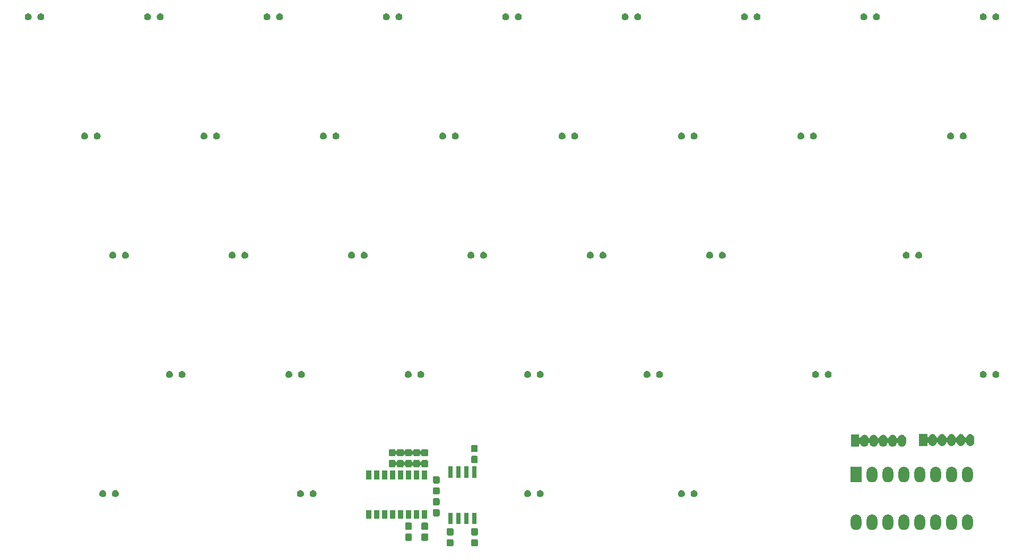
<source format=gbr>
G04 #@! TF.GenerationSoftware,KiCad,Pcbnew,(5.0.2)-1*
G04 #@! TF.CreationDate,2020-04-15T17:30:32+09:00*
G04 #@! TF.ProjectId,eckeyboard,65636b65-7962-46f6-9172-642e6b696361,rev?*
G04 #@! TF.SameCoordinates,Original*
G04 #@! TF.FileFunction,Soldermask,Bot*
G04 #@! TF.FilePolarity,Negative*
%FSLAX46Y46*%
G04 Gerber Fmt 4.6, Leading zero omitted, Abs format (unit mm)*
G04 Created by KiCad (PCBNEW (5.0.2)-1) date 2020/04/15 17:30:32*
%MOMM*%
%LPD*%
G01*
G04 APERTURE LIST*
%ADD10C,0.100000*%
G04 APERTURE END LIST*
D10*
G36*
X158680499Y-133483445D02*
X158717993Y-133494819D01*
X158752557Y-133513294D01*
X158782847Y-133538153D01*
X158807706Y-133568443D01*
X158826181Y-133603007D01*
X158837555Y-133640501D01*
X158842000Y-133685638D01*
X158842000Y-134424362D01*
X158837555Y-134469499D01*
X158826181Y-134506993D01*
X158807706Y-134541557D01*
X158782847Y-134571847D01*
X158752557Y-134596706D01*
X158717993Y-134615181D01*
X158680499Y-134626555D01*
X158635362Y-134631000D01*
X157996638Y-134631000D01*
X157951501Y-134626555D01*
X157914007Y-134615181D01*
X157879443Y-134596706D01*
X157849153Y-134571847D01*
X157824294Y-134541557D01*
X157805819Y-134506993D01*
X157794445Y-134469499D01*
X157790000Y-134424362D01*
X157790000Y-133685638D01*
X157794445Y-133640501D01*
X157805819Y-133603007D01*
X157824294Y-133568443D01*
X157849153Y-133538153D01*
X157879443Y-133513294D01*
X157914007Y-133494819D01*
X157951501Y-133483445D01*
X157996638Y-133479000D01*
X158635362Y-133479000D01*
X158680499Y-133483445D01*
X158680499Y-133483445D01*
G37*
G36*
X154780499Y-133483445D02*
X154817993Y-133494819D01*
X154852557Y-133513294D01*
X154882847Y-133538153D01*
X154907706Y-133568443D01*
X154926181Y-133603007D01*
X154937555Y-133640501D01*
X154942000Y-133685638D01*
X154942000Y-134424362D01*
X154937555Y-134469499D01*
X154926181Y-134506993D01*
X154907706Y-134541557D01*
X154882847Y-134571847D01*
X154852557Y-134596706D01*
X154817993Y-134615181D01*
X154780499Y-134626555D01*
X154735362Y-134631000D01*
X154096638Y-134631000D01*
X154051501Y-134626555D01*
X154014007Y-134615181D01*
X153979443Y-134596706D01*
X153949153Y-134571847D01*
X153924294Y-134541557D01*
X153905819Y-134506993D01*
X153894445Y-134469499D01*
X153890000Y-134424362D01*
X153890000Y-133685638D01*
X153894445Y-133640501D01*
X153905819Y-133603007D01*
X153924294Y-133568443D01*
X153949153Y-133538153D01*
X153979443Y-133513294D01*
X154014007Y-133494819D01*
X154051501Y-133483445D01*
X154096638Y-133479000D01*
X154735362Y-133479000D01*
X154780499Y-133483445D01*
X154780499Y-133483445D01*
G37*
G36*
X150730499Y-132583445D02*
X150767993Y-132594819D01*
X150802557Y-132613294D01*
X150832847Y-132638153D01*
X150857706Y-132668443D01*
X150876181Y-132703007D01*
X150887555Y-132740501D01*
X150892000Y-132785638D01*
X150892000Y-133524362D01*
X150887555Y-133569499D01*
X150876181Y-133606993D01*
X150857706Y-133641557D01*
X150832847Y-133671847D01*
X150802557Y-133696706D01*
X150767993Y-133715181D01*
X150730499Y-133726555D01*
X150685362Y-133731000D01*
X150046638Y-133731000D01*
X150001501Y-133726555D01*
X149964007Y-133715181D01*
X149929443Y-133696706D01*
X149899153Y-133671847D01*
X149874294Y-133641557D01*
X149855819Y-133606993D01*
X149844445Y-133569499D01*
X149840000Y-133524362D01*
X149840000Y-132785638D01*
X149844445Y-132740501D01*
X149855819Y-132703007D01*
X149874294Y-132668443D01*
X149899153Y-132638153D01*
X149929443Y-132613294D01*
X149964007Y-132594819D01*
X150001501Y-132583445D01*
X150046638Y-132579000D01*
X150685362Y-132579000D01*
X150730499Y-132583445D01*
X150730499Y-132583445D01*
G37*
G36*
X148130499Y-132583445D02*
X148167993Y-132594819D01*
X148202557Y-132613294D01*
X148232847Y-132638153D01*
X148257706Y-132668443D01*
X148276181Y-132703007D01*
X148287555Y-132740501D01*
X148292000Y-132785638D01*
X148292000Y-133524362D01*
X148287555Y-133569499D01*
X148276181Y-133606993D01*
X148257706Y-133641557D01*
X148232847Y-133671847D01*
X148202557Y-133696706D01*
X148167993Y-133715181D01*
X148130499Y-133726555D01*
X148085362Y-133731000D01*
X147446638Y-133731000D01*
X147401501Y-133726555D01*
X147364007Y-133715181D01*
X147329443Y-133696706D01*
X147299153Y-133671847D01*
X147274294Y-133641557D01*
X147255819Y-133606993D01*
X147244445Y-133569499D01*
X147240000Y-133524362D01*
X147240000Y-132785638D01*
X147244445Y-132740501D01*
X147255819Y-132703007D01*
X147274294Y-132668443D01*
X147299153Y-132638153D01*
X147329443Y-132613294D01*
X147364007Y-132594819D01*
X147401501Y-132583445D01*
X147446638Y-132579000D01*
X148085362Y-132579000D01*
X148130499Y-132583445D01*
X148130499Y-132583445D01*
G37*
G36*
X158680499Y-131733445D02*
X158717993Y-131744819D01*
X158752557Y-131763294D01*
X158782847Y-131788153D01*
X158807706Y-131818443D01*
X158826181Y-131853007D01*
X158837555Y-131890501D01*
X158842000Y-131935638D01*
X158842000Y-132674362D01*
X158837555Y-132719499D01*
X158826181Y-132756993D01*
X158807706Y-132791557D01*
X158782847Y-132821847D01*
X158752557Y-132846706D01*
X158717993Y-132865181D01*
X158680499Y-132876555D01*
X158635362Y-132881000D01*
X157996638Y-132881000D01*
X157951501Y-132876555D01*
X157914007Y-132865181D01*
X157879443Y-132846706D01*
X157849153Y-132821847D01*
X157824294Y-132791557D01*
X157805819Y-132756993D01*
X157794445Y-132719499D01*
X157790000Y-132674362D01*
X157790000Y-131935638D01*
X157794445Y-131890501D01*
X157805819Y-131853007D01*
X157824294Y-131818443D01*
X157849153Y-131788153D01*
X157879443Y-131763294D01*
X157914007Y-131744819D01*
X157951501Y-131733445D01*
X157996638Y-131729000D01*
X158635362Y-131729000D01*
X158680499Y-131733445D01*
X158680499Y-131733445D01*
G37*
G36*
X154780499Y-131733445D02*
X154817993Y-131744819D01*
X154852557Y-131763294D01*
X154882847Y-131788153D01*
X154907706Y-131818443D01*
X154926181Y-131853007D01*
X154937555Y-131890501D01*
X154942000Y-131935638D01*
X154942000Y-132674362D01*
X154937555Y-132719499D01*
X154926181Y-132756993D01*
X154907706Y-132791557D01*
X154882847Y-132821847D01*
X154852557Y-132846706D01*
X154817993Y-132865181D01*
X154780499Y-132876555D01*
X154735362Y-132881000D01*
X154096638Y-132881000D01*
X154051501Y-132876555D01*
X154014007Y-132865181D01*
X153979443Y-132846706D01*
X153949153Y-132821847D01*
X153924294Y-132791557D01*
X153905819Y-132756993D01*
X153894445Y-132719499D01*
X153890000Y-132674362D01*
X153890000Y-131935638D01*
X153894445Y-131890501D01*
X153905819Y-131853007D01*
X153924294Y-131818443D01*
X153949153Y-131788153D01*
X153979443Y-131763294D01*
X154014007Y-131744819D01*
X154051501Y-131733445D01*
X154096638Y-131729000D01*
X154735362Y-131729000D01*
X154780499Y-131733445D01*
X154780499Y-131733445D01*
G37*
G36*
X237146821Y-129531313D02*
X237146824Y-129531314D01*
X237146825Y-129531314D01*
X237307239Y-129579975D01*
X237307241Y-129579976D01*
X237307244Y-129579977D01*
X237455078Y-129658995D01*
X237584659Y-129765341D01*
X237691005Y-129894922D01*
X237770023Y-130042756D01*
X237770024Y-130042759D01*
X237770025Y-130042761D01*
X237818686Y-130203175D01*
X237818686Y-130203178D01*
X237818687Y-130203180D01*
X237831000Y-130328197D01*
X237831000Y-131211804D01*
X237818687Y-131336821D01*
X237770023Y-131497244D01*
X237691005Y-131645078D01*
X237584659Y-131774659D01*
X237455078Y-131881005D01*
X237307243Y-131960023D01*
X237307240Y-131960024D01*
X237307238Y-131960025D01*
X237146824Y-132008686D01*
X237146823Y-132008686D01*
X237146820Y-132008687D01*
X236980000Y-132025117D01*
X236813179Y-132008687D01*
X236813176Y-132008686D01*
X236813175Y-132008686D01*
X236652761Y-131960025D01*
X236652759Y-131960024D01*
X236652756Y-131960023D01*
X236504922Y-131881005D01*
X236375341Y-131774659D01*
X236268995Y-131645078D01*
X236189977Y-131497243D01*
X236141315Y-131336825D01*
X236141314Y-131336824D01*
X236141314Y-131336823D01*
X236141313Y-131336820D01*
X236129000Y-131211803D01*
X236129000Y-130328197D01*
X236141314Y-130203179D01*
X236189978Y-130042756D01*
X236268996Y-129894922D01*
X236375342Y-129765341D01*
X236504923Y-129658995D01*
X236652757Y-129579977D01*
X236652760Y-129579976D01*
X236652762Y-129579975D01*
X236813176Y-129531314D01*
X236813177Y-129531314D01*
X236813180Y-129531313D01*
X236980000Y-129514883D01*
X237146821Y-129531313D01*
X237146821Y-129531313D01*
G37*
G36*
X232066821Y-129531313D02*
X232066824Y-129531314D01*
X232066825Y-129531314D01*
X232227239Y-129579975D01*
X232227241Y-129579976D01*
X232227244Y-129579977D01*
X232375078Y-129658995D01*
X232504659Y-129765341D01*
X232611005Y-129894922D01*
X232690023Y-130042756D01*
X232690024Y-130042759D01*
X232690025Y-130042761D01*
X232738686Y-130203175D01*
X232738686Y-130203178D01*
X232738687Y-130203180D01*
X232751000Y-130328197D01*
X232751000Y-131211804D01*
X232738687Y-131336821D01*
X232690023Y-131497244D01*
X232611005Y-131645078D01*
X232504659Y-131774659D01*
X232375078Y-131881005D01*
X232227243Y-131960023D01*
X232227240Y-131960024D01*
X232227238Y-131960025D01*
X232066824Y-132008686D01*
X232066823Y-132008686D01*
X232066820Y-132008687D01*
X231900000Y-132025117D01*
X231733179Y-132008687D01*
X231733176Y-132008686D01*
X231733175Y-132008686D01*
X231572761Y-131960025D01*
X231572759Y-131960024D01*
X231572756Y-131960023D01*
X231424922Y-131881005D01*
X231295341Y-131774659D01*
X231188995Y-131645078D01*
X231109977Y-131497243D01*
X231061315Y-131336825D01*
X231061314Y-131336824D01*
X231061314Y-131336823D01*
X231061313Y-131336820D01*
X231049000Y-131211803D01*
X231049000Y-130328197D01*
X231061314Y-130203179D01*
X231109978Y-130042756D01*
X231188996Y-129894922D01*
X231295342Y-129765341D01*
X231424923Y-129658995D01*
X231572757Y-129579977D01*
X231572760Y-129579976D01*
X231572762Y-129579975D01*
X231733176Y-129531314D01*
X231733177Y-129531314D01*
X231733180Y-129531313D01*
X231900000Y-129514883D01*
X232066821Y-129531313D01*
X232066821Y-129531313D01*
G37*
G36*
X229526821Y-129531313D02*
X229526824Y-129531314D01*
X229526825Y-129531314D01*
X229687239Y-129579975D01*
X229687241Y-129579976D01*
X229687244Y-129579977D01*
X229835078Y-129658995D01*
X229964659Y-129765341D01*
X230071005Y-129894922D01*
X230150023Y-130042756D01*
X230150024Y-130042759D01*
X230150025Y-130042761D01*
X230198686Y-130203175D01*
X230198686Y-130203178D01*
X230198687Y-130203180D01*
X230211000Y-130328197D01*
X230211000Y-131211804D01*
X230198687Y-131336821D01*
X230150023Y-131497244D01*
X230071005Y-131645078D01*
X229964659Y-131774659D01*
X229835078Y-131881005D01*
X229687243Y-131960023D01*
X229687240Y-131960024D01*
X229687238Y-131960025D01*
X229526824Y-132008686D01*
X229526823Y-132008686D01*
X229526820Y-132008687D01*
X229360000Y-132025117D01*
X229193179Y-132008687D01*
X229193176Y-132008686D01*
X229193175Y-132008686D01*
X229032761Y-131960025D01*
X229032759Y-131960024D01*
X229032756Y-131960023D01*
X228884922Y-131881005D01*
X228755341Y-131774659D01*
X228648995Y-131645078D01*
X228569977Y-131497243D01*
X228521315Y-131336825D01*
X228521314Y-131336824D01*
X228521314Y-131336823D01*
X228521313Y-131336820D01*
X228509000Y-131211803D01*
X228509000Y-130328197D01*
X228521314Y-130203179D01*
X228569978Y-130042756D01*
X228648996Y-129894922D01*
X228755342Y-129765341D01*
X228884923Y-129658995D01*
X229032757Y-129579977D01*
X229032760Y-129579976D01*
X229032762Y-129579975D01*
X229193176Y-129531314D01*
X229193177Y-129531314D01*
X229193180Y-129531313D01*
X229360000Y-129514883D01*
X229526821Y-129531313D01*
X229526821Y-129531313D01*
G37*
G36*
X226986821Y-129531313D02*
X226986824Y-129531314D01*
X226986825Y-129531314D01*
X227147239Y-129579975D01*
X227147241Y-129579976D01*
X227147244Y-129579977D01*
X227295078Y-129658995D01*
X227424659Y-129765341D01*
X227531005Y-129894922D01*
X227610023Y-130042756D01*
X227610024Y-130042759D01*
X227610025Y-130042761D01*
X227658686Y-130203175D01*
X227658686Y-130203178D01*
X227658687Y-130203180D01*
X227671000Y-130328197D01*
X227671000Y-131211804D01*
X227658687Y-131336821D01*
X227610023Y-131497244D01*
X227531005Y-131645078D01*
X227424659Y-131774659D01*
X227295078Y-131881005D01*
X227147243Y-131960023D01*
X227147240Y-131960024D01*
X227147238Y-131960025D01*
X226986824Y-132008686D01*
X226986823Y-132008686D01*
X226986820Y-132008687D01*
X226820000Y-132025117D01*
X226653179Y-132008687D01*
X226653176Y-132008686D01*
X226653175Y-132008686D01*
X226492761Y-131960025D01*
X226492759Y-131960024D01*
X226492756Y-131960023D01*
X226344922Y-131881005D01*
X226215341Y-131774659D01*
X226108995Y-131645078D01*
X226029977Y-131497243D01*
X225981315Y-131336825D01*
X225981314Y-131336824D01*
X225981314Y-131336823D01*
X225981313Y-131336820D01*
X225969000Y-131211803D01*
X225969000Y-130328197D01*
X225981314Y-130203179D01*
X226029978Y-130042756D01*
X226108996Y-129894922D01*
X226215342Y-129765341D01*
X226344923Y-129658995D01*
X226492757Y-129579977D01*
X226492760Y-129579976D01*
X226492762Y-129579975D01*
X226653176Y-129531314D01*
X226653177Y-129531314D01*
X226653180Y-129531313D01*
X226820000Y-129514883D01*
X226986821Y-129531313D01*
X226986821Y-129531313D01*
G37*
G36*
X224446821Y-129531313D02*
X224446824Y-129531314D01*
X224446825Y-129531314D01*
X224607239Y-129579975D01*
X224607241Y-129579976D01*
X224607244Y-129579977D01*
X224755078Y-129658995D01*
X224884659Y-129765341D01*
X224991005Y-129894922D01*
X225070023Y-130042756D01*
X225070024Y-130042759D01*
X225070025Y-130042761D01*
X225118686Y-130203175D01*
X225118686Y-130203178D01*
X225118687Y-130203180D01*
X225131000Y-130328197D01*
X225131000Y-131211804D01*
X225118687Y-131336821D01*
X225070023Y-131497244D01*
X224991005Y-131645078D01*
X224884659Y-131774659D01*
X224755078Y-131881005D01*
X224607243Y-131960023D01*
X224607240Y-131960024D01*
X224607238Y-131960025D01*
X224446824Y-132008686D01*
X224446823Y-132008686D01*
X224446820Y-132008687D01*
X224280000Y-132025117D01*
X224113179Y-132008687D01*
X224113176Y-132008686D01*
X224113175Y-132008686D01*
X223952761Y-131960025D01*
X223952759Y-131960024D01*
X223952756Y-131960023D01*
X223804922Y-131881005D01*
X223675341Y-131774659D01*
X223568995Y-131645078D01*
X223489977Y-131497243D01*
X223441315Y-131336825D01*
X223441314Y-131336824D01*
X223441314Y-131336823D01*
X223441313Y-131336820D01*
X223429000Y-131211803D01*
X223429000Y-130328197D01*
X223441314Y-130203179D01*
X223489978Y-130042756D01*
X223568996Y-129894922D01*
X223675342Y-129765341D01*
X223804923Y-129658995D01*
X223952757Y-129579977D01*
X223952760Y-129579976D01*
X223952762Y-129579975D01*
X224113176Y-129531314D01*
X224113177Y-129531314D01*
X224113180Y-129531313D01*
X224280000Y-129514883D01*
X224446821Y-129531313D01*
X224446821Y-129531313D01*
G37*
G36*
X221906821Y-129531313D02*
X221906824Y-129531314D01*
X221906825Y-129531314D01*
X222067239Y-129579975D01*
X222067241Y-129579976D01*
X222067244Y-129579977D01*
X222215078Y-129658995D01*
X222344659Y-129765341D01*
X222451005Y-129894922D01*
X222530023Y-130042756D01*
X222530024Y-130042759D01*
X222530025Y-130042761D01*
X222578686Y-130203175D01*
X222578686Y-130203178D01*
X222578687Y-130203180D01*
X222591000Y-130328197D01*
X222591000Y-131211804D01*
X222578687Y-131336821D01*
X222530023Y-131497244D01*
X222451005Y-131645078D01*
X222344659Y-131774659D01*
X222215078Y-131881005D01*
X222067243Y-131960023D01*
X222067240Y-131960024D01*
X222067238Y-131960025D01*
X221906824Y-132008686D01*
X221906823Y-132008686D01*
X221906820Y-132008687D01*
X221740000Y-132025117D01*
X221573179Y-132008687D01*
X221573176Y-132008686D01*
X221573175Y-132008686D01*
X221412761Y-131960025D01*
X221412759Y-131960024D01*
X221412756Y-131960023D01*
X221264922Y-131881005D01*
X221135341Y-131774659D01*
X221028995Y-131645078D01*
X220949977Y-131497243D01*
X220901315Y-131336825D01*
X220901314Y-131336824D01*
X220901314Y-131336823D01*
X220901313Y-131336820D01*
X220889000Y-131211803D01*
X220889000Y-130328197D01*
X220901314Y-130203179D01*
X220949978Y-130042756D01*
X221028996Y-129894922D01*
X221135342Y-129765341D01*
X221264923Y-129658995D01*
X221412757Y-129579977D01*
X221412760Y-129579976D01*
X221412762Y-129579975D01*
X221573176Y-129531314D01*
X221573177Y-129531314D01*
X221573180Y-129531313D01*
X221740000Y-129514883D01*
X221906821Y-129531313D01*
X221906821Y-129531313D01*
G37*
G36*
X219366821Y-129531313D02*
X219366824Y-129531314D01*
X219366825Y-129531314D01*
X219527239Y-129579975D01*
X219527241Y-129579976D01*
X219527244Y-129579977D01*
X219675078Y-129658995D01*
X219804659Y-129765341D01*
X219911005Y-129894922D01*
X219990023Y-130042756D01*
X219990024Y-130042759D01*
X219990025Y-130042761D01*
X220038686Y-130203175D01*
X220038686Y-130203178D01*
X220038687Y-130203180D01*
X220051000Y-130328197D01*
X220051000Y-131211804D01*
X220038687Y-131336821D01*
X219990023Y-131497244D01*
X219911005Y-131645078D01*
X219804659Y-131774659D01*
X219675078Y-131881005D01*
X219527243Y-131960023D01*
X219527240Y-131960024D01*
X219527238Y-131960025D01*
X219366824Y-132008686D01*
X219366823Y-132008686D01*
X219366820Y-132008687D01*
X219200000Y-132025117D01*
X219033179Y-132008687D01*
X219033176Y-132008686D01*
X219033175Y-132008686D01*
X218872761Y-131960025D01*
X218872759Y-131960024D01*
X218872756Y-131960023D01*
X218724922Y-131881005D01*
X218595341Y-131774659D01*
X218488995Y-131645078D01*
X218409977Y-131497243D01*
X218361315Y-131336825D01*
X218361314Y-131336824D01*
X218361314Y-131336823D01*
X218361313Y-131336820D01*
X218349000Y-131211803D01*
X218349000Y-130328197D01*
X218361314Y-130203179D01*
X218409978Y-130042756D01*
X218488996Y-129894922D01*
X218595342Y-129765341D01*
X218724923Y-129658995D01*
X218872757Y-129579977D01*
X218872760Y-129579976D01*
X218872762Y-129579975D01*
X219033176Y-129531314D01*
X219033177Y-129531314D01*
X219033180Y-129531313D01*
X219200000Y-129514883D01*
X219366821Y-129531313D01*
X219366821Y-129531313D01*
G37*
G36*
X234606821Y-129531313D02*
X234606824Y-129531314D01*
X234606825Y-129531314D01*
X234767239Y-129579975D01*
X234767241Y-129579976D01*
X234767244Y-129579977D01*
X234915078Y-129658995D01*
X235044659Y-129765341D01*
X235151005Y-129894922D01*
X235230023Y-130042756D01*
X235230024Y-130042759D01*
X235230025Y-130042761D01*
X235278686Y-130203175D01*
X235278686Y-130203178D01*
X235278687Y-130203180D01*
X235291000Y-130328197D01*
X235291000Y-131211804D01*
X235278687Y-131336821D01*
X235230023Y-131497244D01*
X235151005Y-131645078D01*
X235044659Y-131774659D01*
X234915078Y-131881005D01*
X234767243Y-131960023D01*
X234767240Y-131960024D01*
X234767238Y-131960025D01*
X234606824Y-132008686D01*
X234606823Y-132008686D01*
X234606820Y-132008687D01*
X234440000Y-132025117D01*
X234273179Y-132008687D01*
X234273176Y-132008686D01*
X234273175Y-132008686D01*
X234112761Y-131960025D01*
X234112759Y-131960024D01*
X234112756Y-131960023D01*
X233964922Y-131881005D01*
X233835341Y-131774659D01*
X233728995Y-131645078D01*
X233649977Y-131497243D01*
X233601315Y-131336825D01*
X233601314Y-131336824D01*
X233601314Y-131336823D01*
X233601313Y-131336820D01*
X233589000Y-131211803D01*
X233589000Y-130328197D01*
X233601314Y-130203179D01*
X233649978Y-130042756D01*
X233728996Y-129894922D01*
X233835342Y-129765341D01*
X233964923Y-129658995D01*
X234112757Y-129579977D01*
X234112760Y-129579976D01*
X234112762Y-129579975D01*
X234273176Y-129531314D01*
X234273177Y-129531314D01*
X234273180Y-129531313D01*
X234440000Y-129514883D01*
X234606821Y-129531313D01*
X234606821Y-129531313D01*
G37*
G36*
X150730499Y-130833445D02*
X150767993Y-130844819D01*
X150802557Y-130863294D01*
X150832847Y-130888153D01*
X150857706Y-130918443D01*
X150876181Y-130953007D01*
X150887555Y-130990501D01*
X150892000Y-131035638D01*
X150892000Y-131774362D01*
X150887555Y-131819499D01*
X150876181Y-131856993D01*
X150857706Y-131891557D01*
X150832847Y-131921847D01*
X150802557Y-131946706D01*
X150767993Y-131965181D01*
X150730499Y-131976555D01*
X150685362Y-131981000D01*
X150046638Y-131981000D01*
X150001501Y-131976555D01*
X149964007Y-131965181D01*
X149929443Y-131946706D01*
X149899153Y-131921847D01*
X149874294Y-131891557D01*
X149855819Y-131856993D01*
X149844445Y-131819499D01*
X149840000Y-131774362D01*
X149840000Y-131035638D01*
X149844445Y-130990501D01*
X149855819Y-130953007D01*
X149874294Y-130918443D01*
X149899153Y-130888153D01*
X149929443Y-130863294D01*
X149964007Y-130844819D01*
X150001501Y-130833445D01*
X150046638Y-130829000D01*
X150685362Y-130829000D01*
X150730499Y-130833445D01*
X150730499Y-130833445D01*
G37*
G36*
X148130499Y-130833445D02*
X148167993Y-130844819D01*
X148202557Y-130863294D01*
X148232847Y-130888153D01*
X148257706Y-130918443D01*
X148276181Y-130953007D01*
X148287555Y-130990501D01*
X148292000Y-131035638D01*
X148292000Y-131774362D01*
X148287555Y-131819499D01*
X148276181Y-131856993D01*
X148257706Y-131891557D01*
X148232847Y-131921847D01*
X148202557Y-131946706D01*
X148167993Y-131965181D01*
X148130499Y-131976555D01*
X148085362Y-131981000D01*
X147446638Y-131981000D01*
X147401501Y-131976555D01*
X147364007Y-131965181D01*
X147329443Y-131946706D01*
X147299153Y-131921847D01*
X147274294Y-131891557D01*
X147255819Y-131856993D01*
X147244445Y-131819499D01*
X147240000Y-131774362D01*
X147240000Y-131035638D01*
X147244445Y-130990501D01*
X147255819Y-130953007D01*
X147274294Y-130918443D01*
X147299153Y-130888153D01*
X147329443Y-130863294D01*
X147364007Y-130844819D01*
X147401501Y-130833445D01*
X147446638Y-130829000D01*
X148085362Y-130829000D01*
X148130499Y-130833445D01*
X148130499Y-130833445D01*
G37*
G36*
X158581514Y-131098137D02*
X157929514Y-131098137D01*
X157929514Y-129246137D01*
X158581514Y-129246137D01*
X158581514Y-131098137D01*
X158581514Y-131098137D01*
G37*
G36*
X157311514Y-131098137D02*
X156659514Y-131098137D01*
X156659514Y-129246137D01*
X157311514Y-129246137D01*
X157311514Y-131098137D01*
X157311514Y-131098137D01*
G37*
G36*
X156041514Y-131098137D02*
X155389514Y-131098137D01*
X155389514Y-129246137D01*
X156041514Y-129246137D01*
X156041514Y-131098137D01*
X156041514Y-131098137D01*
G37*
G36*
X154771514Y-131098137D02*
X154119514Y-131098137D01*
X154119514Y-129246137D01*
X154771514Y-129246137D01*
X154771514Y-131098137D01*
X154771514Y-131098137D01*
G37*
G36*
X145691677Y-130240650D02*
X144789677Y-130240650D01*
X144789677Y-128838650D01*
X145691677Y-128838650D01*
X145691677Y-130240650D01*
X145691677Y-130240650D01*
G37*
G36*
X141881677Y-130240650D02*
X140979677Y-130240650D01*
X140979677Y-128838650D01*
X141881677Y-128838650D01*
X141881677Y-130240650D01*
X141881677Y-130240650D01*
G37*
G36*
X149501677Y-130240650D02*
X148599677Y-130240650D01*
X148599677Y-128838650D01*
X149501677Y-128838650D01*
X149501677Y-130240650D01*
X149501677Y-130240650D01*
G37*
G36*
X148241677Y-130240650D02*
X147339677Y-130240650D01*
X147339677Y-128838650D01*
X148241677Y-128838650D01*
X148241677Y-130240650D01*
X148241677Y-130240650D01*
G37*
G36*
X146971677Y-130240650D02*
X146069677Y-130240650D01*
X146069677Y-128838650D01*
X146971677Y-128838650D01*
X146971677Y-130240650D01*
X146971677Y-130240650D01*
G37*
G36*
X143161677Y-130240650D02*
X142259677Y-130240650D01*
X142259677Y-128838650D01*
X143161677Y-128838650D01*
X143161677Y-130240650D01*
X143161677Y-130240650D01*
G37*
G36*
X150781677Y-130240650D02*
X149879677Y-130240650D01*
X149879677Y-128838650D01*
X150781677Y-128838650D01*
X150781677Y-130240650D01*
X150781677Y-130240650D01*
G37*
G36*
X144421677Y-130240650D02*
X143519677Y-130240650D01*
X143519677Y-128838650D01*
X144421677Y-128838650D01*
X144421677Y-130240650D01*
X144421677Y-130240650D01*
G37*
G36*
X152580499Y-128683445D02*
X152617993Y-128694819D01*
X152652557Y-128713294D01*
X152682847Y-128738153D01*
X152707706Y-128768443D01*
X152726181Y-128803007D01*
X152737555Y-128840501D01*
X152742000Y-128885638D01*
X152742000Y-129624362D01*
X152737555Y-129669499D01*
X152726181Y-129706993D01*
X152707706Y-129741557D01*
X152682847Y-129771847D01*
X152652557Y-129796706D01*
X152617993Y-129815181D01*
X152580499Y-129826555D01*
X152535362Y-129831000D01*
X151896638Y-129831000D01*
X151851501Y-129826555D01*
X151814007Y-129815181D01*
X151779443Y-129796706D01*
X151749153Y-129771847D01*
X151724294Y-129741557D01*
X151705819Y-129706993D01*
X151694445Y-129669499D01*
X151690000Y-129624362D01*
X151690000Y-128885638D01*
X151694445Y-128840501D01*
X151705819Y-128803007D01*
X151724294Y-128768443D01*
X151749153Y-128738153D01*
X151779443Y-128713294D01*
X151814007Y-128694819D01*
X151851501Y-128683445D01*
X151896638Y-128679000D01*
X152535362Y-128679000D01*
X152580499Y-128683445D01*
X152580499Y-128683445D01*
G37*
G36*
X152580499Y-126933445D02*
X152617993Y-126944819D01*
X152652557Y-126963294D01*
X152682847Y-126988153D01*
X152707706Y-127018443D01*
X152726181Y-127053007D01*
X152737555Y-127090501D01*
X152742000Y-127135638D01*
X152742000Y-127874362D01*
X152737555Y-127919499D01*
X152726181Y-127956993D01*
X152707706Y-127991557D01*
X152682847Y-128021847D01*
X152652557Y-128046706D01*
X152617993Y-128065181D01*
X152580499Y-128076555D01*
X152535362Y-128081000D01*
X151896638Y-128081000D01*
X151851501Y-128076555D01*
X151814007Y-128065181D01*
X151779443Y-128046706D01*
X151749153Y-128021847D01*
X151724294Y-127991557D01*
X151705819Y-127956993D01*
X151694445Y-127919499D01*
X151690000Y-127874362D01*
X151690000Y-127135638D01*
X151694445Y-127090501D01*
X151705819Y-127053007D01*
X151724294Y-127018443D01*
X151749153Y-126988153D01*
X151779443Y-126963294D01*
X151814007Y-126944819D01*
X151851501Y-126933445D01*
X151896638Y-126929000D01*
X152535362Y-126929000D01*
X152580499Y-126933445D01*
X152580499Y-126933445D01*
G37*
G36*
X130694721Y-125670174D02*
X130794995Y-125711709D01*
X130885245Y-125772012D01*
X130961988Y-125848755D01*
X131022291Y-125939005D01*
X131063826Y-126039279D01*
X131085000Y-126145730D01*
X131085000Y-126254270D01*
X131063826Y-126360721D01*
X131022291Y-126460995D01*
X130961988Y-126551245D01*
X130885245Y-126627988D01*
X130794995Y-126688291D01*
X130694721Y-126729826D01*
X130588270Y-126751000D01*
X130479730Y-126751000D01*
X130373279Y-126729826D01*
X130273005Y-126688291D01*
X130182755Y-126627988D01*
X130106012Y-126551245D01*
X130045709Y-126460995D01*
X130004174Y-126360721D01*
X129983000Y-126254270D01*
X129983000Y-126145730D01*
X130004174Y-126039279D01*
X130045709Y-125939005D01*
X130106012Y-125848755D01*
X130182755Y-125772012D01*
X130273005Y-125711709D01*
X130373279Y-125670174D01*
X130479730Y-125649000D01*
X130588270Y-125649000D01*
X130694721Y-125670174D01*
X130694721Y-125670174D01*
G37*
G36*
X166944721Y-125670174D02*
X167044995Y-125711709D01*
X167135245Y-125772012D01*
X167211988Y-125848755D01*
X167272291Y-125939005D01*
X167313826Y-126039279D01*
X167335000Y-126145730D01*
X167335000Y-126254270D01*
X167313826Y-126360721D01*
X167272291Y-126460995D01*
X167211988Y-126551245D01*
X167135245Y-126627988D01*
X167044995Y-126688291D01*
X166944721Y-126729826D01*
X166838270Y-126751000D01*
X166729730Y-126751000D01*
X166623279Y-126729826D01*
X166523005Y-126688291D01*
X166432755Y-126627988D01*
X166356012Y-126551245D01*
X166295709Y-126460995D01*
X166254174Y-126360721D01*
X166233000Y-126254270D01*
X166233000Y-126145730D01*
X166254174Y-126039279D01*
X166295709Y-125939005D01*
X166356012Y-125848755D01*
X166432755Y-125772012D01*
X166523005Y-125711709D01*
X166623279Y-125670174D01*
X166729730Y-125649000D01*
X166838270Y-125649000D01*
X166944721Y-125670174D01*
X166944721Y-125670174D01*
G37*
G36*
X132710721Y-125670174D02*
X132810995Y-125711709D01*
X132901245Y-125772012D01*
X132977988Y-125848755D01*
X133038291Y-125939005D01*
X133079826Y-126039279D01*
X133101000Y-126145730D01*
X133101000Y-126254270D01*
X133079826Y-126360721D01*
X133038291Y-126460995D01*
X132977988Y-126551245D01*
X132901245Y-126627988D01*
X132810995Y-126688291D01*
X132710721Y-126729826D01*
X132604270Y-126751000D01*
X132495730Y-126751000D01*
X132389279Y-126729826D01*
X132289005Y-126688291D01*
X132198755Y-126627988D01*
X132122012Y-126551245D01*
X132061709Y-126460995D01*
X132020174Y-126360721D01*
X131999000Y-126254270D01*
X131999000Y-126145730D01*
X132020174Y-126039279D01*
X132061709Y-125939005D01*
X132122012Y-125848755D01*
X132198755Y-125772012D01*
X132289005Y-125711709D01*
X132389279Y-125670174D01*
X132495730Y-125649000D01*
X132604270Y-125649000D01*
X132710721Y-125670174D01*
X132710721Y-125670174D01*
G37*
G36*
X99144721Y-125670174D02*
X99244995Y-125711709D01*
X99335245Y-125772012D01*
X99411988Y-125848755D01*
X99472291Y-125939005D01*
X99513826Y-126039279D01*
X99535000Y-126145730D01*
X99535000Y-126254270D01*
X99513826Y-126360721D01*
X99472291Y-126460995D01*
X99411988Y-126551245D01*
X99335245Y-126627988D01*
X99244995Y-126688291D01*
X99144721Y-126729826D01*
X99038270Y-126751000D01*
X98929730Y-126751000D01*
X98823279Y-126729826D01*
X98723005Y-126688291D01*
X98632755Y-126627988D01*
X98556012Y-126551245D01*
X98495709Y-126460995D01*
X98454174Y-126360721D01*
X98433000Y-126254270D01*
X98433000Y-126145730D01*
X98454174Y-126039279D01*
X98495709Y-125939005D01*
X98556012Y-125848755D01*
X98632755Y-125772012D01*
X98723005Y-125711709D01*
X98823279Y-125670174D01*
X98929730Y-125649000D01*
X99038270Y-125649000D01*
X99144721Y-125670174D01*
X99144721Y-125670174D01*
G37*
G36*
X101160721Y-125670174D02*
X101260995Y-125711709D01*
X101351245Y-125772012D01*
X101427988Y-125848755D01*
X101488291Y-125939005D01*
X101529826Y-126039279D01*
X101551000Y-126145730D01*
X101551000Y-126254270D01*
X101529826Y-126360721D01*
X101488291Y-126460995D01*
X101427988Y-126551245D01*
X101351245Y-126627988D01*
X101260995Y-126688291D01*
X101160721Y-126729826D01*
X101054270Y-126751000D01*
X100945730Y-126751000D01*
X100839279Y-126729826D01*
X100739005Y-126688291D01*
X100648755Y-126627988D01*
X100572012Y-126551245D01*
X100511709Y-126460995D01*
X100470174Y-126360721D01*
X100449000Y-126254270D01*
X100449000Y-126145730D01*
X100470174Y-126039279D01*
X100511709Y-125939005D01*
X100572012Y-125848755D01*
X100648755Y-125772012D01*
X100739005Y-125711709D01*
X100839279Y-125670174D01*
X100945730Y-125649000D01*
X101054270Y-125649000D01*
X101160721Y-125670174D01*
X101160721Y-125670174D01*
G37*
G36*
X168960721Y-125670174D02*
X169060995Y-125711709D01*
X169151245Y-125772012D01*
X169227988Y-125848755D01*
X169288291Y-125939005D01*
X169329826Y-126039279D01*
X169351000Y-126145730D01*
X169351000Y-126254270D01*
X169329826Y-126360721D01*
X169288291Y-126460995D01*
X169227988Y-126551245D01*
X169151245Y-126627988D01*
X169060995Y-126688291D01*
X168960721Y-126729826D01*
X168854270Y-126751000D01*
X168745730Y-126751000D01*
X168639279Y-126729826D01*
X168539005Y-126688291D01*
X168448755Y-126627988D01*
X168372012Y-126551245D01*
X168311709Y-126460995D01*
X168270174Y-126360721D01*
X168249000Y-126254270D01*
X168249000Y-126145730D01*
X168270174Y-126039279D01*
X168311709Y-125939005D01*
X168372012Y-125848755D01*
X168448755Y-125772012D01*
X168539005Y-125711709D01*
X168639279Y-125670174D01*
X168745730Y-125649000D01*
X168854270Y-125649000D01*
X168960721Y-125670174D01*
X168960721Y-125670174D01*
G37*
G36*
X191494721Y-125670174D02*
X191594995Y-125711709D01*
X191685245Y-125772012D01*
X191761988Y-125848755D01*
X191822291Y-125939005D01*
X191863826Y-126039279D01*
X191885000Y-126145730D01*
X191885000Y-126254270D01*
X191863826Y-126360721D01*
X191822291Y-126460995D01*
X191761988Y-126551245D01*
X191685245Y-126627988D01*
X191594995Y-126688291D01*
X191494721Y-126729826D01*
X191388270Y-126751000D01*
X191279730Y-126751000D01*
X191173279Y-126729826D01*
X191073005Y-126688291D01*
X190982755Y-126627988D01*
X190906012Y-126551245D01*
X190845709Y-126460995D01*
X190804174Y-126360721D01*
X190783000Y-126254270D01*
X190783000Y-126145730D01*
X190804174Y-126039279D01*
X190845709Y-125939005D01*
X190906012Y-125848755D01*
X190982755Y-125772012D01*
X191073005Y-125711709D01*
X191173279Y-125670174D01*
X191279730Y-125649000D01*
X191388270Y-125649000D01*
X191494721Y-125670174D01*
X191494721Y-125670174D01*
G37*
G36*
X193510721Y-125670174D02*
X193610995Y-125711709D01*
X193701245Y-125772012D01*
X193777988Y-125848755D01*
X193838291Y-125939005D01*
X193879826Y-126039279D01*
X193901000Y-126145730D01*
X193901000Y-126254270D01*
X193879826Y-126360721D01*
X193838291Y-126460995D01*
X193777988Y-126551245D01*
X193701245Y-126627988D01*
X193610995Y-126688291D01*
X193510721Y-126729826D01*
X193404270Y-126751000D01*
X193295730Y-126751000D01*
X193189279Y-126729826D01*
X193089005Y-126688291D01*
X192998755Y-126627988D01*
X192922012Y-126551245D01*
X192861709Y-126460995D01*
X192820174Y-126360721D01*
X192799000Y-126254270D01*
X192799000Y-126145730D01*
X192820174Y-126039279D01*
X192861709Y-125939005D01*
X192922012Y-125848755D01*
X192998755Y-125772012D01*
X193089005Y-125711709D01*
X193189279Y-125670174D01*
X193295730Y-125649000D01*
X193404270Y-125649000D01*
X193510721Y-125670174D01*
X193510721Y-125670174D01*
G37*
G36*
X152580499Y-125183445D02*
X152617993Y-125194819D01*
X152652557Y-125213294D01*
X152682847Y-125238153D01*
X152707706Y-125268443D01*
X152726181Y-125303007D01*
X152737555Y-125340501D01*
X152742000Y-125385638D01*
X152742000Y-126124362D01*
X152737555Y-126169499D01*
X152726181Y-126206993D01*
X152707706Y-126241557D01*
X152682847Y-126271847D01*
X152652557Y-126296706D01*
X152617993Y-126315181D01*
X152580499Y-126326555D01*
X152535362Y-126331000D01*
X151896638Y-126331000D01*
X151851501Y-126326555D01*
X151814007Y-126315181D01*
X151779443Y-126296706D01*
X151749153Y-126271847D01*
X151724294Y-126241557D01*
X151705819Y-126206993D01*
X151694445Y-126169499D01*
X151690000Y-126124362D01*
X151690000Y-125385638D01*
X151694445Y-125340501D01*
X151705819Y-125303007D01*
X151724294Y-125268443D01*
X151749153Y-125238153D01*
X151779443Y-125213294D01*
X151814007Y-125194819D01*
X151851501Y-125183445D01*
X151896638Y-125179000D01*
X152535362Y-125179000D01*
X152580499Y-125183445D01*
X152580499Y-125183445D01*
G37*
G36*
X152580499Y-123433445D02*
X152617993Y-123444819D01*
X152652557Y-123463294D01*
X152682847Y-123488153D01*
X152707706Y-123518443D01*
X152726181Y-123553007D01*
X152737555Y-123590501D01*
X152742000Y-123635638D01*
X152742000Y-124374362D01*
X152737555Y-124419499D01*
X152726181Y-124456993D01*
X152707706Y-124491557D01*
X152682847Y-124521847D01*
X152652557Y-124546706D01*
X152617993Y-124565181D01*
X152580499Y-124576555D01*
X152535362Y-124581000D01*
X151896638Y-124581000D01*
X151851501Y-124576555D01*
X151814007Y-124565181D01*
X151779443Y-124546706D01*
X151749153Y-124521847D01*
X151724294Y-124491557D01*
X151705819Y-124456993D01*
X151694445Y-124419499D01*
X151690000Y-124374362D01*
X151690000Y-123635638D01*
X151694445Y-123590501D01*
X151705819Y-123553007D01*
X151724294Y-123518443D01*
X151749153Y-123488153D01*
X151779443Y-123463294D01*
X151814007Y-123444819D01*
X151851501Y-123433445D01*
X151896638Y-123429000D01*
X152535362Y-123429000D01*
X152580499Y-123433445D01*
X152580499Y-123433445D01*
G37*
G36*
X226986821Y-121911313D02*
X226986824Y-121911314D01*
X226986825Y-121911314D01*
X227147239Y-121959975D01*
X227147241Y-121959976D01*
X227147244Y-121959977D01*
X227295078Y-122038995D01*
X227424659Y-122145341D01*
X227531005Y-122274922D01*
X227610023Y-122422756D01*
X227610024Y-122422759D01*
X227610025Y-122422761D01*
X227658686Y-122583175D01*
X227658686Y-122583178D01*
X227658687Y-122583180D01*
X227671000Y-122708197D01*
X227671000Y-123591804D01*
X227658687Y-123716821D01*
X227610023Y-123877244D01*
X227531005Y-124025078D01*
X227424659Y-124154659D01*
X227295078Y-124261005D01*
X227147243Y-124340023D01*
X227147240Y-124340024D01*
X227147238Y-124340025D01*
X226986824Y-124388686D01*
X226986823Y-124388686D01*
X226986820Y-124388687D01*
X226820000Y-124405117D01*
X226653179Y-124388687D01*
X226653176Y-124388686D01*
X226653175Y-124388686D01*
X226492761Y-124340025D01*
X226492759Y-124340024D01*
X226492756Y-124340023D01*
X226344922Y-124261005D01*
X226215341Y-124154659D01*
X226108995Y-124025078D01*
X226029977Y-123877243D01*
X225981315Y-123716825D01*
X225981314Y-123716824D01*
X225981314Y-123716823D01*
X225981313Y-123716820D01*
X225969000Y-123591803D01*
X225969000Y-122708197D01*
X225981314Y-122583179D01*
X225981315Y-122583175D01*
X226029976Y-122422761D01*
X226029977Y-122422759D01*
X226029978Y-122422756D01*
X226108996Y-122274922D01*
X226215342Y-122145341D01*
X226344923Y-122038995D01*
X226492757Y-121959977D01*
X226492760Y-121959976D01*
X226492762Y-121959975D01*
X226653176Y-121911314D01*
X226653177Y-121911314D01*
X226653180Y-121911313D01*
X226820000Y-121894883D01*
X226986821Y-121911313D01*
X226986821Y-121911313D01*
G37*
G36*
X221906821Y-121911313D02*
X221906824Y-121911314D01*
X221906825Y-121911314D01*
X222067239Y-121959975D01*
X222067241Y-121959976D01*
X222067244Y-121959977D01*
X222215078Y-122038995D01*
X222344659Y-122145341D01*
X222451005Y-122274922D01*
X222530023Y-122422756D01*
X222530024Y-122422759D01*
X222530025Y-122422761D01*
X222578686Y-122583175D01*
X222578686Y-122583178D01*
X222578687Y-122583180D01*
X222591000Y-122708197D01*
X222591000Y-123591804D01*
X222578687Y-123716821D01*
X222530023Y-123877244D01*
X222451005Y-124025078D01*
X222344659Y-124154659D01*
X222215078Y-124261005D01*
X222067243Y-124340023D01*
X222067240Y-124340024D01*
X222067238Y-124340025D01*
X221906824Y-124388686D01*
X221906823Y-124388686D01*
X221906820Y-124388687D01*
X221740000Y-124405117D01*
X221573179Y-124388687D01*
X221573176Y-124388686D01*
X221573175Y-124388686D01*
X221412761Y-124340025D01*
X221412759Y-124340024D01*
X221412756Y-124340023D01*
X221264922Y-124261005D01*
X221135341Y-124154659D01*
X221028995Y-124025078D01*
X220949977Y-123877243D01*
X220901315Y-123716825D01*
X220901314Y-123716824D01*
X220901314Y-123716823D01*
X220901313Y-123716820D01*
X220889000Y-123591803D01*
X220889000Y-122708197D01*
X220901314Y-122583179D01*
X220901315Y-122583175D01*
X220949976Y-122422761D01*
X220949977Y-122422759D01*
X220949978Y-122422756D01*
X221028996Y-122274922D01*
X221135342Y-122145341D01*
X221264923Y-122038995D01*
X221412757Y-121959977D01*
X221412760Y-121959976D01*
X221412762Y-121959975D01*
X221573176Y-121911314D01*
X221573177Y-121911314D01*
X221573180Y-121911313D01*
X221740000Y-121894883D01*
X221906821Y-121911313D01*
X221906821Y-121911313D01*
G37*
G36*
X224446821Y-121911313D02*
X224446824Y-121911314D01*
X224446825Y-121911314D01*
X224607239Y-121959975D01*
X224607241Y-121959976D01*
X224607244Y-121959977D01*
X224755078Y-122038995D01*
X224884659Y-122145341D01*
X224991005Y-122274922D01*
X225070023Y-122422756D01*
X225070024Y-122422759D01*
X225070025Y-122422761D01*
X225118686Y-122583175D01*
X225118686Y-122583178D01*
X225118687Y-122583180D01*
X225131000Y-122708197D01*
X225131000Y-123591804D01*
X225118687Y-123716821D01*
X225070023Y-123877244D01*
X224991005Y-124025078D01*
X224884659Y-124154659D01*
X224755078Y-124261005D01*
X224607243Y-124340023D01*
X224607240Y-124340024D01*
X224607238Y-124340025D01*
X224446824Y-124388686D01*
X224446823Y-124388686D01*
X224446820Y-124388687D01*
X224280000Y-124405117D01*
X224113179Y-124388687D01*
X224113176Y-124388686D01*
X224113175Y-124388686D01*
X223952761Y-124340025D01*
X223952759Y-124340024D01*
X223952756Y-124340023D01*
X223804922Y-124261005D01*
X223675341Y-124154659D01*
X223568995Y-124025078D01*
X223489977Y-123877243D01*
X223441315Y-123716825D01*
X223441314Y-123716824D01*
X223441314Y-123716823D01*
X223441313Y-123716820D01*
X223429000Y-123591803D01*
X223429000Y-122708197D01*
X223441314Y-122583179D01*
X223441315Y-122583175D01*
X223489976Y-122422761D01*
X223489977Y-122422759D01*
X223489978Y-122422756D01*
X223568996Y-122274922D01*
X223675342Y-122145341D01*
X223804923Y-122038995D01*
X223952757Y-121959977D01*
X223952760Y-121959976D01*
X223952762Y-121959975D01*
X224113176Y-121911314D01*
X224113177Y-121911314D01*
X224113180Y-121911313D01*
X224280000Y-121894883D01*
X224446821Y-121911313D01*
X224446821Y-121911313D01*
G37*
G36*
X232066821Y-121911313D02*
X232066824Y-121911314D01*
X232066825Y-121911314D01*
X232227239Y-121959975D01*
X232227241Y-121959976D01*
X232227244Y-121959977D01*
X232375078Y-122038995D01*
X232504659Y-122145341D01*
X232611005Y-122274922D01*
X232690023Y-122422756D01*
X232690024Y-122422759D01*
X232690025Y-122422761D01*
X232738686Y-122583175D01*
X232738686Y-122583178D01*
X232738687Y-122583180D01*
X232751000Y-122708197D01*
X232751000Y-123591804D01*
X232738687Y-123716821D01*
X232690023Y-123877244D01*
X232611005Y-124025078D01*
X232504659Y-124154659D01*
X232375078Y-124261005D01*
X232227243Y-124340023D01*
X232227240Y-124340024D01*
X232227238Y-124340025D01*
X232066824Y-124388686D01*
X232066823Y-124388686D01*
X232066820Y-124388687D01*
X231900000Y-124405117D01*
X231733179Y-124388687D01*
X231733176Y-124388686D01*
X231733175Y-124388686D01*
X231572761Y-124340025D01*
X231572759Y-124340024D01*
X231572756Y-124340023D01*
X231424922Y-124261005D01*
X231295341Y-124154659D01*
X231188995Y-124025078D01*
X231109977Y-123877243D01*
X231061315Y-123716825D01*
X231061314Y-123716824D01*
X231061314Y-123716823D01*
X231061313Y-123716820D01*
X231049000Y-123591803D01*
X231049000Y-122708197D01*
X231061314Y-122583179D01*
X231061315Y-122583175D01*
X231109976Y-122422761D01*
X231109977Y-122422759D01*
X231109978Y-122422756D01*
X231188996Y-122274922D01*
X231295342Y-122145341D01*
X231424923Y-122038995D01*
X231572757Y-121959977D01*
X231572760Y-121959976D01*
X231572762Y-121959975D01*
X231733176Y-121911314D01*
X231733177Y-121911314D01*
X231733180Y-121911313D01*
X231900000Y-121894883D01*
X232066821Y-121911313D01*
X232066821Y-121911313D01*
G37*
G36*
X234606821Y-121911313D02*
X234606824Y-121911314D01*
X234606825Y-121911314D01*
X234767239Y-121959975D01*
X234767241Y-121959976D01*
X234767244Y-121959977D01*
X234915078Y-122038995D01*
X235044659Y-122145341D01*
X235151005Y-122274922D01*
X235230023Y-122422756D01*
X235230024Y-122422759D01*
X235230025Y-122422761D01*
X235278686Y-122583175D01*
X235278686Y-122583178D01*
X235278687Y-122583180D01*
X235291000Y-122708197D01*
X235291000Y-123591804D01*
X235278687Y-123716821D01*
X235230023Y-123877244D01*
X235151005Y-124025078D01*
X235044659Y-124154659D01*
X234915078Y-124261005D01*
X234767243Y-124340023D01*
X234767240Y-124340024D01*
X234767238Y-124340025D01*
X234606824Y-124388686D01*
X234606823Y-124388686D01*
X234606820Y-124388687D01*
X234440000Y-124405117D01*
X234273179Y-124388687D01*
X234273176Y-124388686D01*
X234273175Y-124388686D01*
X234112761Y-124340025D01*
X234112759Y-124340024D01*
X234112756Y-124340023D01*
X233964922Y-124261005D01*
X233835341Y-124154659D01*
X233728995Y-124025078D01*
X233649977Y-123877243D01*
X233601315Y-123716825D01*
X233601314Y-123716824D01*
X233601314Y-123716823D01*
X233601313Y-123716820D01*
X233589000Y-123591803D01*
X233589000Y-122708197D01*
X233601314Y-122583179D01*
X233601315Y-122583175D01*
X233649976Y-122422761D01*
X233649977Y-122422759D01*
X233649978Y-122422756D01*
X233728996Y-122274922D01*
X233835342Y-122145341D01*
X233964923Y-122038995D01*
X234112757Y-121959977D01*
X234112760Y-121959976D01*
X234112762Y-121959975D01*
X234273176Y-121911314D01*
X234273177Y-121911314D01*
X234273180Y-121911313D01*
X234440000Y-121894883D01*
X234606821Y-121911313D01*
X234606821Y-121911313D01*
G37*
G36*
X229526821Y-121911313D02*
X229526824Y-121911314D01*
X229526825Y-121911314D01*
X229687239Y-121959975D01*
X229687241Y-121959976D01*
X229687244Y-121959977D01*
X229835078Y-122038995D01*
X229964659Y-122145341D01*
X230071005Y-122274922D01*
X230150023Y-122422756D01*
X230150024Y-122422759D01*
X230150025Y-122422761D01*
X230198686Y-122583175D01*
X230198686Y-122583178D01*
X230198687Y-122583180D01*
X230211000Y-122708197D01*
X230211000Y-123591804D01*
X230198687Y-123716821D01*
X230150023Y-123877244D01*
X230071005Y-124025078D01*
X229964659Y-124154659D01*
X229835078Y-124261005D01*
X229687243Y-124340023D01*
X229687240Y-124340024D01*
X229687238Y-124340025D01*
X229526824Y-124388686D01*
X229526823Y-124388686D01*
X229526820Y-124388687D01*
X229360000Y-124405117D01*
X229193179Y-124388687D01*
X229193176Y-124388686D01*
X229193175Y-124388686D01*
X229032761Y-124340025D01*
X229032759Y-124340024D01*
X229032756Y-124340023D01*
X228884922Y-124261005D01*
X228755341Y-124154659D01*
X228648995Y-124025078D01*
X228569977Y-123877243D01*
X228521315Y-123716825D01*
X228521314Y-123716824D01*
X228521314Y-123716823D01*
X228521313Y-123716820D01*
X228509000Y-123591803D01*
X228509000Y-122708197D01*
X228521314Y-122583179D01*
X228521315Y-122583175D01*
X228569976Y-122422761D01*
X228569977Y-122422759D01*
X228569978Y-122422756D01*
X228648996Y-122274922D01*
X228755342Y-122145341D01*
X228884923Y-122038995D01*
X229032757Y-121959977D01*
X229032760Y-121959976D01*
X229032762Y-121959975D01*
X229193176Y-121911314D01*
X229193177Y-121911314D01*
X229193180Y-121911313D01*
X229360000Y-121894883D01*
X229526821Y-121911313D01*
X229526821Y-121911313D01*
G37*
G36*
X237146821Y-121911313D02*
X237146824Y-121911314D01*
X237146825Y-121911314D01*
X237307239Y-121959975D01*
X237307241Y-121959976D01*
X237307244Y-121959977D01*
X237455078Y-122038995D01*
X237584659Y-122145341D01*
X237691005Y-122274922D01*
X237770023Y-122422756D01*
X237770024Y-122422759D01*
X237770025Y-122422761D01*
X237818686Y-122583175D01*
X237818686Y-122583178D01*
X237818687Y-122583180D01*
X237831000Y-122708197D01*
X237831000Y-123591804D01*
X237818687Y-123716821D01*
X237770023Y-123877244D01*
X237691005Y-124025078D01*
X237584659Y-124154659D01*
X237455078Y-124261005D01*
X237307243Y-124340023D01*
X237307240Y-124340024D01*
X237307238Y-124340025D01*
X237146824Y-124388686D01*
X237146823Y-124388686D01*
X237146820Y-124388687D01*
X236980000Y-124405117D01*
X236813179Y-124388687D01*
X236813176Y-124388686D01*
X236813175Y-124388686D01*
X236652761Y-124340025D01*
X236652759Y-124340024D01*
X236652756Y-124340023D01*
X236504922Y-124261005D01*
X236375341Y-124154659D01*
X236268995Y-124025078D01*
X236189977Y-123877243D01*
X236141315Y-123716825D01*
X236141314Y-123716824D01*
X236141314Y-123716823D01*
X236141313Y-123716820D01*
X236129000Y-123591803D01*
X236129000Y-122708197D01*
X236141314Y-122583179D01*
X236141315Y-122583175D01*
X236189976Y-122422761D01*
X236189977Y-122422759D01*
X236189978Y-122422756D01*
X236268996Y-122274922D01*
X236375342Y-122145341D01*
X236504923Y-122038995D01*
X236652757Y-121959977D01*
X236652760Y-121959976D01*
X236652762Y-121959975D01*
X236813176Y-121911314D01*
X236813177Y-121911314D01*
X236813180Y-121911313D01*
X236980000Y-121894883D01*
X237146821Y-121911313D01*
X237146821Y-121911313D01*
G37*
G36*
X220051000Y-124401000D02*
X218349000Y-124401000D01*
X218349000Y-121899000D01*
X220051000Y-121899000D01*
X220051000Y-124401000D01*
X220051000Y-124401000D01*
G37*
G36*
X149501677Y-123940650D02*
X148599677Y-123940650D01*
X148599677Y-122538650D01*
X149501677Y-122538650D01*
X149501677Y-123940650D01*
X149501677Y-123940650D01*
G37*
G36*
X141881677Y-123940650D02*
X140979677Y-123940650D01*
X140979677Y-122538650D01*
X141881677Y-122538650D01*
X141881677Y-123940650D01*
X141881677Y-123940650D01*
G37*
G36*
X143161677Y-123940650D02*
X142259677Y-123940650D01*
X142259677Y-122538650D01*
X143161677Y-122538650D01*
X143161677Y-123940650D01*
X143161677Y-123940650D01*
G37*
G36*
X144421677Y-123940650D02*
X143519677Y-123940650D01*
X143519677Y-122538650D01*
X144421677Y-122538650D01*
X144421677Y-123940650D01*
X144421677Y-123940650D01*
G37*
G36*
X145691677Y-123940650D02*
X144789677Y-123940650D01*
X144789677Y-122538650D01*
X145691677Y-122538650D01*
X145691677Y-123940650D01*
X145691677Y-123940650D01*
G37*
G36*
X146971677Y-123940650D02*
X146069677Y-123940650D01*
X146069677Y-122538650D01*
X146971677Y-122538650D01*
X146971677Y-123940650D01*
X146971677Y-123940650D01*
G37*
G36*
X148241677Y-123940650D02*
X147339677Y-123940650D01*
X147339677Y-122538650D01*
X148241677Y-122538650D01*
X148241677Y-123940650D01*
X148241677Y-123940650D01*
G37*
G36*
X150781677Y-123940650D02*
X149879677Y-123940650D01*
X149879677Y-122538650D01*
X150781677Y-122538650D01*
X150781677Y-123940650D01*
X150781677Y-123940650D01*
G37*
G36*
X157311514Y-123698137D02*
X156659514Y-123698137D01*
X156659514Y-121846137D01*
X157311514Y-121846137D01*
X157311514Y-123698137D01*
X157311514Y-123698137D01*
G37*
G36*
X156041514Y-123698137D02*
X155389514Y-123698137D01*
X155389514Y-121846137D01*
X156041514Y-121846137D01*
X156041514Y-123698137D01*
X156041514Y-123698137D01*
G37*
G36*
X154771514Y-123698137D02*
X154119514Y-123698137D01*
X154119514Y-121846137D01*
X154771514Y-121846137D01*
X154771514Y-123698137D01*
X154771514Y-123698137D01*
G37*
G36*
X158581514Y-123698137D02*
X157929514Y-123698137D01*
X157929514Y-121846137D01*
X158581514Y-121846137D01*
X158581514Y-123698137D01*
X158581514Y-123698137D01*
G37*
G36*
X145530499Y-120833445D02*
X145567993Y-120844819D01*
X145602557Y-120863294D01*
X145632847Y-120888153D01*
X145657706Y-120918443D01*
X145676181Y-120953007D01*
X145687555Y-120990501D01*
X145691602Y-121031597D01*
X145696382Y-121055631D01*
X145705759Y-121078270D01*
X145719373Y-121098645D01*
X145736700Y-121115972D01*
X145757075Y-121129586D01*
X145779714Y-121138963D01*
X145803747Y-121143744D01*
X145828251Y-121143744D01*
X145852285Y-121138964D01*
X145874924Y-121129587D01*
X145895299Y-121115973D01*
X145912626Y-121098646D01*
X145926240Y-121078271D01*
X145935617Y-121055632D01*
X145940398Y-121031597D01*
X145944445Y-120990501D01*
X145955819Y-120953007D01*
X145974294Y-120918443D01*
X145999153Y-120888153D01*
X146029443Y-120863294D01*
X146064007Y-120844819D01*
X146101501Y-120833445D01*
X146146638Y-120829000D01*
X146785362Y-120829000D01*
X146830499Y-120833445D01*
X146867993Y-120844819D01*
X146902557Y-120863294D01*
X146932847Y-120888153D01*
X146957706Y-120918443D01*
X146976181Y-120953007D01*
X146987555Y-120990501D01*
X146991602Y-121031597D01*
X146996382Y-121055631D01*
X147005759Y-121078270D01*
X147019373Y-121098645D01*
X147036700Y-121115972D01*
X147057075Y-121129586D01*
X147079714Y-121138963D01*
X147103747Y-121143744D01*
X147128251Y-121143744D01*
X147152285Y-121138964D01*
X147174924Y-121129587D01*
X147195299Y-121115973D01*
X147212626Y-121098646D01*
X147226240Y-121078271D01*
X147235617Y-121055632D01*
X147240398Y-121031597D01*
X147244445Y-120990501D01*
X147255819Y-120953007D01*
X147274294Y-120918443D01*
X147299153Y-120888153D01*
X147329443Y-120863294D01*
X147364007Y-120844819D01*
X147401501Y-120833445D01*
X147446638Y-120829000D01*
X148085362Y-120829000D01*
X148130499Y-120833445D01*
X148167993Y-120844819D01*
X148202557Y-120863294D01*
X148232847Y-120888153D01*
X148257706Y-120918443D01*
X148276181Y-120953007D01*
X148287555Y-120990501D01*
X148291602Y-121031597D01*
X148296382Y-121055631D01*
X148305759Y-121078270D01*
X148319373Y-121098645D01*
X148336700Y-121115972D01*
X148357075Y-121129586D01*
X148379714Y-121138963D01*
X148403747Y-121143744D01*
X148428251Y-121143744D01*
X148452285Y-121138964D01*
X148474924Y-121129587D01*
X148495299Y-121115973D01*
X148512626Y-121098646D01*
X148526240Y-121078271D01*
X148535617Y-121055632D01*
X148540398Y-121031597D01*
X148544445Y-120990501D01*
X148555819Y-120953007D01*
X148574294Y-120918443D01*
X148599153Y-120888153D01*
X148629443Y-120863294D01*
X148664007Y-120844819D01*
X148701501Y-120833445D01*
X148746638Y-120829000D01*
X149385362Y-120829000D01*
X149430499Y-120833445D01*
X149467993Y-120844819D01*
X149502557Y-120863294D01*
X149532847Y-120888153D01*
X149557706Y-120918443D01*
X149576181Y-120953007D01*
X149587555Y-120990501D01*
X149591602Y-121031597D01*
X149596382Y-121055631D01*
X149605759Y-121078270D01*
X149619373Y-121098645D01*
X149636700Y-121115972D01*
X149657075Y-121129586D01*
X149679714Y-121138963D01*
X149703747Y-121143744D01*
X149728251Y-121143744D01*
X149752285Y-121138964D01*
X149774924Y-121129587D01*
X149795299Y-121115973D01*
X149812626Y-121098646D01*
X149826240Y-121078271D01*
X149835617Y-121055632D01*
X149840398Y-121031597D01*
X149844445Y-120990501D01*
X149855819Y-120953007D01*
X149874294Y-120918443D01*
X149899153Y-120888153D01*
X149929443Y-120863294D01*
X149964007Y-120844819D01*
X150001501Y-120833445D01*
X150046638Y-120829000D01*
X150685362Y-120829000D01*
X150730499Y-120833445D01*
X150767993Y-120844819D01*
X150802557Y-120863294D01*
X150832847Y-120888153D01*
X150857706Y-120918443D01*
X150876181Y-120953007D01*
X150887555Y-120990501D01*
X150892000Y-121035638D01*
X150892000Y-121774362D01*
X150887555Y-121819499D01*
X150876181Y-121856993D01*
X150857706Y-121891557D01*
X150832847Y-121921847D01*
X150802557Y-121946706D01*
X150767993Y-121965181D01*
X150730499Y-121976555D01*
X150685362Y-121981000D01*
X150046638Y-121981000D01*
X150001501Y-121976555D01*
X149964007Y-121965181D01*
X149929443Y-121946706D01*
X149899153Y-121921847D01*
X149874294Y-121891557D01*
X149855819Y-121856993D01*
X149844445Y-121819499D01*
X149840398Y-121778403D01*
X149835618Y-121754369D01*
X149826241Y-121731730D01*
X149812627Y-121711355D01*
X149795300Y-121694028D01*
X149774925Y-121680414D01*
X149752286Y-121671037D01*
X149728253Y-121666256D01*
X149703749Y-121666256D01*
X149679715Y-121671036D01*
X149657076Y-121680413D01*
X149636701Y-121694027D01*
X149619374Y-121711354D01*
X149605760Y-121731729D01*
X149596383Y-121754368D01*
X149591602Y-121778403D01*
X149587555Y-121819499D01*
X149576181Y-121856993D01*
X149557706Y-121891557D01*
X149532847Y-121921847D01*
X149502557Y-121946706D01*
X149467993Y-121965181D01*
X149430499Y-121976555D01*
X149385362Y-121981000D01*
X148746638Y-121981000D01*
X148701501Y-121976555D01*
X148664007Y-121965181D01*
X148629443Y-121946706D01*
X148599153Y-121921847D01*
X148574294Y-121891557D01*
X148555819Y-121856993D01*
X148544445Y-121819499D01*
X148540398Y-121778403D01*
X148535618Y-121754369D01*
X148526241Y-121731730D01*
X148512627Y-121711355D01*
X148495300Y-121694028D01*
X148474925Y-121680414D01*
X148452286Y-121671037D01*
X148428253Y-121666256D01*
X148403749Y-121666256D01*
X148379715Y-121671036D01*
X148357076Y-121680413D01*
X148336701Y-121694027D01*
X148319374Y-121711354D01*
X148305760Y-121731729D01*
X148296383Y-121754368D01*
X148291602Y-121778403D01*
X148287555Y-121819499D01*
X148276181Y-121856993D01*
X148257706Y-121891557D01*
X148232847Y-121921847D01*
X148202557Y-121946706D01*
X148167993Y-121965181D01*
X148130499Y-121976555D01*
X148085362Y-121981000D01*
X147446638Y-121981000D01*
X147401501Y-121976555D01*
X147364007Y-121965181D01*
X147329443Y-121946706D01*
X147299153Y-121921847D01*
X147274294Y-121891557D01*
X147255819Y-121856993D01*
X147244445Y-121819499D01*
X147240398Y-121778403D01*
X147235618Y-121754369D01*
X147226241Y-121731730D01*
X147212627Y-121711355D01*
X147195300Y-121694028D01*
X147174925Y-121680414D01*
X147152286Y-121671037D01*
X147128253Y-121666256D01*
X147103749Y-121666256D01*
X147079715Y-121671036D01*
X147057076Y-121680413D01*
X147036701Y-121694027D01*
X147019374Y-121711354D01*
X147005760Y-121731729D01*
X146996383Y-121754368D01*
X146991602Y-121778403D01*
X146987555Y-121819499D01*
X146976181Y-121856993D01*
X146957706Y-121891557D01*
X146932847Y-121921847D01*
X146902557Y-121946706D01*
X146867993Y-121965181D01*
X146830499Y-121976555D01*
X146785362Y-121981000D01*
X146146638Y-121981000D01*
X146101501Y-121976555D01*
X146064007Y-121965181D01*
X146029443Y-121946706D01*
X145999153Y-121921847D01*
X145974294Y-121891557D01*
X145955819Y-121856993D01*
X145944445Y-121819499D01*
X145940398Y-121778403D01*
X145935618Y-121754369D01*
X145926241Y-121731730D01*
X145912627Y-121711355D01*
X145895300Y-121694028D01*
X145874925Y-121680414D01*
X145852286Y-121671037D01*
X145828253Y-121666256D01*
X145803749Y-121666256D01*
X145779715Y-121671036D01*
X145757076Y-121680413D01*
X145736701Y-121694027D01*
X145719374Y-121711354D01*
X145705760Y-121731729D01*
X145696383Y-121754368D01*
X145691602Y-121778403D01*
X145687555Y-121819499D01*
X145676181Y-121856993D01*
X145657706Y-121891557D01*
X145632847Y-121921847D01*
X145602557Y-121946706D01*
X145567993Y-121965181D01*
X145530499Y-121976555D01*
X145485362Y-121981000D01*
X144846638Y-121981000D01*
X144801501Y-121976555D01*
X144764007Y-121965181D01*
X144729443Y-121946706D01*
X144699153Y-121921847D01*
X144674294Y-121891557D01*
X144655819Y-121856993D01*
X144644445Y-121819499D01*
X144640000Y-121774362D01*
X144640000Y-121035638D01*
X144644445Y-120990501D01*
X144655819Y-120953007D01*
X144674294Y-120918443D01*
X144699153Y-120888153D01*
X144729443Y-120863294D01*
X144764007Y-120844819D01*
X144801501Y-120833445D01*
X144846638Y-120829000D01*
X145485362Y-120829000D01*
X145530499Y-120833445D01*
X145530499Y-120833445D01*
G37*
G36*
X158664499Y-120178445D02*
X158701993Y-120189819D01*
X158736557Y-120208294D01*
X158766847Y-120233153D01*
X158791706Y-120263443D01*
X158810181Y-120298007D01*
X158821555Y-120335501D01*
X158826000Y-120380638D01*
X158826000Y-121119362D01*
X158821555Y-121164499D01*
X158810181Y-121201993D01*
X158791706Y-121236557D01*
X158766847Y-121266847D01*
X158736557Y-121291706D01*
X158701993Y-121310181D01*
X158664499Y-121321555D01*
X158619362Y-121326000D01*
X157980638Y-121326000D01*
X157935501Y-121321555D01*
X157898007Y-121310181D01*
X157863443Y-121291706D01*
X157833153Y-121266847D01*
X157808294Y-121236557D01*
X157789819Y-121201993D01*
X157778445Y-121164499D01*
X157774000Y-121119362D01*
X157774000Y-120380638D01*
X157778445Y-120335501D01*
X157789819Y-120298007D01*
X157808294Y-120263443D01*
X157833153Y-120233153D01*
X157863443Y-120208294D01*
X157898007Y-120189819D01*
X157935501Y-120178445D01*
X157980638Y-120174000D01*
X158619362Y-120174000D01*
X158664499Y-120178445D01*
X158664499Y-120178445D01*
G37*
G36*
X145530499Y-119083445D02*
X145567993Y-119094819D01*
X145602557Y-119113294D01*
X145632847Y-119138153D01*
X145657706Y-119168443D01*
X145676181Y-119203007D01*
X145687555Y-119240501D01*
X145691602Y-119281597D01*
X145696382Y-119305631D01*
X145705759Y-119328270D01*
X145719373Y-119348645D01*
X145736700Y-119365972D01*
X145757075Y-119379586D01*
X145779714Y-119388963D01*
X145803747Y-119393744D01*
X145828251Y-119393744D01*
X145852285Y-119388964D01*
X145874924Y-119379587D01*
X145895299Y-119365973D01*
X145912626Y-119348646D01*
X145926240Y-119328271D01*
X145935617Y-119305632D01*
X145940398Y-119281597D01*
X145944445Y-119240501D01*
X145955819Y-119203007D01*
X145974294Y-119168443D01*
X145999153Y-119138153D01*
X146029443Y-119113294D01*
X146064007Y-119094819D01*
X146101501Y-119083445D01*
X146146638Y-119079000D01*
X146785362Y-119079000D01*
X146830499Y-119083445D01*
X146867993Y-119094819D01*
X146902557Y-119113294D01*
X146932847Y-119138153D01*
X146957706Y-119168443D01*
X146976181Y-119203007D01*
X146987555Y-119240501D01*
X146991602Y-119281597D01*
X146996382Y-119305631D01*
X147005759Y-119328270D01*
X147019373Y-119348645D01*
X147036700Y-119365972D01*
X147057075Y-119379586D01*
X147079714Y-119388963D01*
X147103747Y-119393744D01*
X147128251Y-119393744D01*
X147152285Y-119388964D01*
X147174924Y-119379587D01*
X147195299Y-119365973D01*
X147212626Y-119348646D01*
X147226240Y-119328271D01*
X147235617Y-119305632D01*
X147240398Y-119281597D01*
X147244445Y-119240501D01*
X147255819Y-119203007D01*
X147274294Y-119168443D01*
X147299153Y-119138153D01*
X147329443Y-119113294D01*
X147364007Y-119094819D01*
X147401501Y-119083445D01*
X147446638Y-119079000D01*
X148085362Y-119079000D01*
X148130499Y-119083445D01*
X148167993Y-119094819D01*
X148202557Y-119113294D01*
X148232847Y-119138153D01*
X148257706Y-119168443D01*
X148276181Y-119203007D01*
X148287555Y-119240501D01*
X148291602Y-119281597D01*
X148296382Y-119305631D01*
X148305759Y-119328270D01*
X148319373Y-119348645D01*
X148336700Y-119365972D01*
X148357075Y-119379586D01*
X148379714Y-119388963D01*
X148403747Y-119393744D01*
X148428251Y-119393744D01*
X148452285Y-119388964D01*
X148474924Y-119379587D01*
X148495299Y-119365973D01*
X148512626Y-119348646D01*
X148526240Y-119328271D01*
X148535617Y-119305632D01*
X148540398Y-119281597D01*
X148544445Y-119240501D01*
X148555819Y-119203007D01*
X148574294Y-119168443D01*
X148599153Y-119138153D01*
X148629443Y-119113294D01*
X148664007Y-119094819D01*
X148701501Y-119083445D01*
X148746638Y-119079000D01*
X149385362Y-119079000D01*
X149430499Y-119083445D01*
X149467993Y-119094819D01*
X149502557Y-119113294D01*
X149532847Y-119138153D01*
X149557706Y-119168443D01*
X149576181Y-119203007D01*
X149587555Y-119240501D01*
X149591602Y-119281597D01*
X149596382Y-119305631D01*
X149605759Y-119328270D01*
X149619373Y-119348645D01*
X149636700Y-119365972D01*
X149657075Y-119379586D01*
X149679714Y-119388963D01*
X149703747Y-119393744D01*
X149728251Y-119393744D01*
X149752285Y-119388964D01*
X149774924Y-119379587D01*
X149795299Y-119365973D01*
X149812626Y-119348646D01*
X149826240Y-119328271D01*
X149835617Y-119305632D01*
X149840398Y-119281597D01*
X149844445Y-119240501D01*
X149855819Y-119203007D01*
X149874294Y-119168443D01*
X149899153Y-119138153D01*
X149929443Y-119113294D01*
X149964007Y-119094819D01*
X150001501Y-119083445D01*
X150046638Y-119079000D01*
X150685362Y-119079000D01*
X150730499Y-119083445D01*
X150767993Y-119094819D01*
X150802557Y-119113294D01*
X150832847Y-119138153D01*
X150857706Y-119168443D01*
X150876181Y-119203007D01*
X150887555Y-119240501D01*
X150892000Y-119285638D01*
X150892000Y-120024362D01*
X150887555Y-120069499D01*
X150876181Y-120106993D01*
X150857706Y-120141557D01*
X150832847Y-120171847D01*
X150802557Y-120196706D01*
X150767993Y-120215181D01*
X150730499Y-120226555D01*
X150685362Y-120231000D01*
X150046638Y-120231000D01*
X150001501Y-120226555D01*
X149964007Y-120215181D01*
X149929443Y-120196706D01*
X149899153Y-120171847D01*
X149874294Y-120141557D01*
X149855819Y-120106993D01*
X149844445Y-120069499D01*
X149840398Y-120028403D01*
X149835618Y-120004369D01*
X149826241Y-119981730D01*
X149812627Y-119961355D01*
X149795300Y-119944028D01*
X149774925Y-119930414D01*
X149752286Y-119921037D01*
X149728253Y-119916256D01*
X149703749Y-119916256D01*
X149679715Y-119921036D01*
X149657076Y-119930413D01*
X149636701Y-119944027D01*
X149619374Y-119961354D01*
X149605760Y-119981729D01*
X149596383Y-120004368D01*
X149591602Y-120028403D01*
X149587555Y-120069499D01*
X149576181Y-120106993D01*
X149557706Y-120141557D01*
X149532847Y-120171847D01*
X149502557Y-120196706D01*
X149467993Y-120215181D01*
X149430499Y-120226555D01*
X149385362Y-120231000D01*
X148746638Y-120231000D01*
X148701501Y-120226555D01*
X148664007Y-120215181D01*
X148629443Y-120196706D01*
X148599153Y-120171847D01*
X148574294Y-120141557D01*
X148555819Y-120106993D01*
X148544445Y-120069499D01*
X148540398Y-120028403D01*
X148535618Y-120004369D01*
X148526241Y-119981730D01*
X148512627Y-119961355D01*
X148495300Y-119944028D01*
X148474925Y-119930414D01*
X148452286Y-119921037D01*
X148428253Y-119916256D01*
X148403749Y-119916256D01*
X148379715Y-119921036D01*
X148357076Y-119930413D01*
X148336701Y-119944027D01*
X148319374Y-119961354D01*
X148305760Y-119981729D01*
X148296383Y-120004368D01*
X148291602Y-120028403D01*
X148287555Y-120069499D01*
X148276181Y-120106993D01*
X148257706Y-120141557D01*
X148232847Y-120171847D01*
X148202557Y-120196706D01*
X148167993Y-120215181D01*
X148130499Y-120226555D01*
X148085362Y-120231000D01*
X147446638Y-120231000D01*
X147401501Y-120226555D01*
X147364007Y-120215181D01*
X147329443Y-120196706D01*
X147299153Y-120171847D01*
X147274294Y-120141557D01*
X147255819Y-120106993D01*
X147244445Y-120069499D01*
X147240398Y-120028403D01*
X147235618Y-120004369D01*
X147226241Y-119981730D01*
X147212627Y-119961355D01*
X147195300Y-119944028D01*
X147174925Y-119930414D01*
X147152286Y-119921037D01*
X147128253Y-119916256D01*
X147103749Y-119916256D01*
X147079715Y-119921036D01*
X147057076Y-119930413D01*
X147036701Y-119944027D01*
X147019374Y-119961354D01*
X147005760Y-119981729D01*
X146996383Y-120004368D01*
X146991602Y-120028403D01*
X146987555Y-120069499D01*
X146976181Y-120106993D01*
X146957706Y-120141557D01*
X146932847Y-120171847D01*
X146902557Y-120196706D01*
X146867993Y-120215181D01*
X146830499Y-120226555D01*
X146785362Y-120231000D01*
X146146638Y-120231000D01*
X146101501Y-120226555D01*
X146064007Y-120215181D01*
X146029443Y-120196706D01*
X145999153Y-120171847D01*
X145974294Y-120141557D01*
X145955819Y-120106993D01*
X145944445Y-120069499D01*
X145940398Y-120028403D01*
X145935618Y-120004369D01*
X145926241Y-119981730D01*
X145912627Y-119961355D01*
X145895300Y-119944028D01*
X145874925Y-119930414D01*
X145852286Y-119921037D01*
X145828253Y-119916256D01*
X145803749Y-119916256D01*
X145779715Y-119921036D01*
X145757076Y-119930413D01*
X145736701Y-119944027D01*
X145719374Y-119961354D01*
X145705760Y-119981729D01*
X145696383Y-120004368D01*
X145691602Y-120028403D01*
X145687555Y-120069499D01*
X145676181Y-120106993D01*
X145657706Y-120141557D01*
X145632847Y-120171847D01*
X145602557Y-120196706D01*
X145567993Y-120215181D01*
X145530499Y-120226555D01*
X145485362Y-120231000D01*
X144846638Y-120231000D01*
X144801501Y-120226555D01*
X144764007Y-120215181D01*
X144729443Y-120196706D01*
X144699153Y-120171847D01*
X144674294Y-120141557D01*
X144655819Y-120106993D01*
X144644445Y-120069499D01*
X144640000Y-120024362D01*
X144640000Y-119285638D01*
X144644445Y-119240501D01*
X144655819Y-119203007D01*
X144674294Y-119168443D01*
X144699153Y-119138153D01*
X144729443Y-119113294D01*
X144764007Y-119094819D01*
X144801501Y-119083445D01*
X144846638Y-119079000D01*
X145485362Y-119079000D01*
X145530499Y-119083445D01*
X145530499Y-119083445D01*
G37*
G36*
X158664499Y-118428445D02*
X158701993Y-118439819D01*
X158736557Y-118458294D01*
X158766847Y-118483153D01*
X158791706Y-118513443D01*
X158810181Y-118548007D01*
X158821555Y-118585501D01*
X158826000Y-118630638D01*
X158826000Y-119369362D01*
X158821555Y-119414499D01*
X158810181Y-119451993D01*
X158791706Y-119486557D01*
X158766847Y-119516847D01*
X158736557Y-119541706D01*
X158701993Y-119560181D01*
X158664499Y-119571555D01*
X158619362Y-119576000D01*
X157980638Y-119576000D01*
X157935501Y-119571555D01*
X157898007Y-119560181D01*
X157863443Y-119541706D01*
X157833153Y-119516847D01*
X157808294Y-119486557D01*
X157789819Y-119451993D01*
X157778445Y-119414499D01*
X157774000Y-119369362D01*
X157774000Y-118630638D01*
X157778445Y-118585501D01*
X157789819Y-118548007D01*
X157808294Y-118513443D01*
X157833153Y-118483153D01*
X157863443Y-118458294D01*
X157898007Y-118439819D01*
X157935501Y-118428445D01*
X157980638Y-118424000D01*
X158619362Y-118424000D01*
X158664499Y-118428445D01*
X158664499Y-118428445D01*
G37*
G36*
X226649617Y-116796420D02*
X226731426Y-116821237D01*
X226772332Y-116833645D01*
X226832782Y-116865957D01*
X226885425Y-116894095D01*
X226885427Y-116894096D01*
X226885426Y-116894096D01*
X226983491Y-116974575D01*
X226984553Y-116975447D01*
X227065905Y-117074574D01*
X227065906Y-117074576D01*
X227126355Y-117187667D01*
X227128915Y-117196108D01*
X227163580Y-117310382D01*
X227173000Y-117406027D01*
X227173000Y-118069973D01*
X227163580Y-118165618D01*
X227149426Y-118212276D01*
X227126355Y-118288333D01*
X227113557Y-118312276D01*
X227065905Y-118401426D01*
X226984553Y-118500553D01*
X226885426Y-118581905D01*
X226872491Y-118588819D01*
X226772333Y-118642355D01*
X226731427Y-118654763D01*
X226649618Y-118679580D01*
X226522000Y-118692149D01*
X226394383Y-118679580D01*
X226312574Y-118654763D01*
X226271668Y-118642355D01*
X226171510Y-118588819D01*
X226158575Y-118581905D01*
X226059448Y-118500553D01*
X225978096Y-118401426D01*
X225936992Y-118324528D01*
X225917645Y-118288333D01*
X225899314Y-118227902D01*
X225891616Y-118202526D01*
X225882240Y-118179892D01*
X225868627Y-118159517D01*
X225851300Y-118142190D01*
X225830925Y-118128576D01*
X225808286Y-118119199D01*
X225784253Y-118114418D01*
X225759748Y-118114418D01*
X225735715Y-118119198D01*
X225713076Y-118128576D01*
X225692701Y-118142189D01*
X225675374Y-118159516D01*
X225661760Y-118179891D01*
X225652384Y-118202526D01*
X225644686Y-118227902D01*
X225626355Y-118288333D01*
X225613557Y-118312276D01*
X225565905Y-118401426D01*
X225484553Y-118500553D01*
X225385426Y-118581905D01*
X225372491Y-118588819D01*
X225272333Y-118642355D01*
X225231427Y-118654763D01*
X225149618Y-118679580D01*
X225022000Y-118692149D01*
X224894383Y-118679580D01*
X224812574Y-118654763D01*
X224771668Y-118642355D01*
X224671510Y-118588819D01*
X224658575Y-118581905D01*
X224559448Y-118500553D01*
X224478096Y-118401426D01*
X224436992Y-118324528D01*
X224417645Y-118288333D01*
X224399314Y-118227902D01*
X224391616Y-118202526D01*
X224382240Y-118179892D01*
X224368627Y-118159517D01*
X224351300Y-118142190D01*
X224330925Y-118128576D01*
X224308286Y-118119199D01*
X224284253Y-118114418D01*
X224259748Y-118114418D01*
X224235715Y-118119198D01*
X224213076Y-118128576D01*
X224192701Y-118142189D01*
X224175374Y-118159516D01*
X224161760Y-118179891D01*
X224152384Y-118202526D01*
X224144686Y-118227902D01*
X224126355Y-118288333D01*
X224113557Y-118312276D01*
X224065905Y-118401426D01*
X223984553Y-118500553D01*
X223885426Y-118581905D01*
X223872491Y-118588819D01*
X223772333Y-118642355D01*
X223731427Y-118654763D01*
X223649618Y-118679580D01*
X223522000Y-118692149D01*
X223394383Y-118679580D01*
X223312574Y-118654763D01*
X223271668Y-118642355D01*
X223171510Y-118588819D01*
X223158575Y-118581905D01*
X223059448Y-118500553D01*
X222978096Y-118401426D01*
X222936992Y-118324528D01*
X222917645Y-118288333D01*
X222899314Y-118227902D01*
X222891616Y-118202526D01*
X222882240Y-118179892D01*
X222868627Y-118159517D01*
X222851300Y-118142190D01*
X222830925Y-118128576D01*
X222808286Y-118119199D01*
X222784253Y-118114418D01*
X222759748Y-118114418D01*
X222735715Y-118119198D01*
X222713076Y-118128576D01*
X222692701Y-118142189D01*
X222675374Y-118159516D01*
X222661760Y-118179891D01*
X222652384Y-118202526D01*
X222644686Y-118227902D01*
X222626355Y-118288333D01*
X222613557Y-118312276D01*
X222565905Y-118401426D01*
X222484553Y-118500553D01*
X222385426Y-118581905D01*
X222372491Y-118588819D01*
X222272333Y-118642355D01*
X222231427Y-118654763D01*
X222149618Y-118679580D01*
X222022000Y-118692149D01*
X221894383Y-118679580D01*
X221812574Y-118654763D01*
X221771668Y-118642355D01*
X221671510Y-118588819D01*
X221658575Y-118581905D01*
X221559448Y-118500553D01*
X221478096Y-118401426D01*
X221436992Y-118324528D01*
X221417645Y-118288333D01*
X221399314Y-118227902D01*
X221391616Y-118202526D01*
X221382240Y-118179892D01*
X221368627Y-118159517D01*
X221351300Y-118142190D01*
X221330925Y-118128576D01*
X221308286Y-118119199D01*
X221284253Y-118114418D01*
X221259748Y-118114418D01*
X221235715Y-118119198D01*
X221213076Y-118128576D01*
X221192701Y-118142189D01*
X221175374Y-118159516D01*
X221161760Y-118179891D01*
X221152384Y-118202526D01*
X221144686Y-118227902D01*
X221126355Y-118288333D01*
X221113557Y-118312276D01*
X221065905Y-118401426D01*
X220984553Y-118500553D01*
X220885426Y-118581905D01*
X220872491Y-118588819D01*
X220772333Y-118642355D01*
X220731427Y-118654763D01*
X220649618Y-118679580D01*
X220522000Y-118692149D01*
X220394383Y-118679580D01*
X220312574Y-118654763D01*
X220271668Y-118642355D01*
X220171510Y-118588819D01*
X220158575Y-118581905D01*
X220059448Y-118500553D01*
X219978096Y-118401426D01*
X219936992Y-118324528D01*
X219917645Y-118288333D01*
X219917618Y-118288243D01*
X219908240Y-118265604D01*
X219894626Y-118245229D01*
X219877299Y-118227902D01*
X219856925Y-118214288D01*
X219834286Y-118204911D01*
X219810252Y-118200130D01*
X219785748Y-118200130D01*
X219761715Y-118204910D01*
X219739076Y-118214288D01*
X219718701Y-118227902D01*
X219701374Y-118245229D01*
X219687760Y-118265603D01*
X219678383Y-118288242D01*
X219673602Y-118312276D01*
X219673000Y-118324528D01*
X219673000Y-118689000D01*
X218371000Y-118689000D01*
X218371000Y-116787000D01*
X219673000Y-116787000D01*
X219673000Y-117151473D01*
X219675402Y-117175859D01*
X219682515Y-117199308D01*
X219694066Y-117220919D01*
X219709612Y-117239861D01*
X219728554Y-117255407D01*
X219750165Y-117266958D01*
X219773614Y-117274071D01*
X219798000Y-117276473D01*
X219822386Y-117274071D01*
X219845835Y-117266958D01*
X219867446Y-117255407D01*
X219886388Y-117239861D01*
X219901934Y-117220919D01*
X219913485Y-117199308D01*
X219917618Y-117187758D01*
X219917645Y-117187668D01*
X219971097Y-117087668D01*
X219978095Y-117074575D01*
X220059447Y-116975447D01*
X220158574Y-116894095D01*
X220193462Y-116875447D01*
X220271667Y-116833645D01*
X220312573Y-116821237D01*
X220394382Y-116796420D01*
X220522000Y-116783851D01*
X220649617Y-116796420D01*
X220731426Y-116821237D01*
X220772332Y-116833645D01*
X220832782Y-116865957D01*
X220885425Y-116894095D01*
X220885427Y-116894096D01*
X220885426Y-116894096D01*
X220983491Y-116974575D01*
X220984553Y-116975447D01*
X221065905Y-117074574D01*
X221065906Y-117074576D01*
X221126355Y-117187667D01*
X221128915Y-117196108D01*
X221152384Y-117273474D01*
X221161760Y-117296108D01*
X221175373Y-117316483D01*
X221192700Y-117333810D01*
X221213075Y-117347424D01*
X221235714Y-117356801D01*
X221259747Y-117361582D01*
X221284252Y-117361582D01*
X221308285Y-117356802D01*
X221330924Y-117347424D01*
X221351299Y-117333811D01*
X221368626Y-117316484D01*
X221382240Y-117296109D01*
X221391618Y-117273469D01*
X221399519Y-117247424D01*
X221414114Y-117199308D01*
X221417645Y-117187668D01*
X221471097Y-117087668D01*
X221478095Y-117074575D01*
X221559447Y-116975447D01*
X221658574Y-116894095D01*
X221693462Y-116875447D01*
X221771667Y-116833645D01*
X221812573Y-116821237D01*
X221894382Y-116796420D01*
X222022000Y-116783851D01*
X222149617Y-116796420D01*
X222231426Y-116821237D01*
X222272332Y-116833645D01*
X222332782Y-116865957D01*
X222385425Y-116894095D01*
X222385427Y-116894096D01*
X222385426Y-116894096D01*
X222483491Y-116974575D01*
X222484553Y-116975447D01*
X222565905Y-117074574D01*
X222565906Y-117074576D01*
X222626355Y-117187667D01*
X222628915Y-117196108D01*
X222652384Y-117273474D01*
X222661760Y-117296108D01*
X222675373Y-117316483D01*
X222692700Y-117333810D01*
X222713075Y-117347424D01*
X222735714Y-117356801D01*
X222759747Y-117361582D01*
X222784252Y-117361582D01*
X222808285Y-117356802D01*
X222830924Y-117347424D01*
X222851299Y-117333811D01*
X222868626Y-117316484D01*
X222882240Y-117296109D01*
X222891618Y-117273469D01*
X222899519Y-117247424D01*
X222914114Y-117199308D01*
X222917645Y-117187668D01*
X222971097Y-117087668D01*
X222978095Y-117074575D01*
X223059447Y-116975447D01*
X223158574Y-116894095D01*
X223193462Y-116875447D01*
X223271667Y-116833645D01*
X223312573Y-116821237D01*
X223394382Y-116796420D01*
X223522000Y-116783851D01*
X223649617Y-116796420D01*
X223731426Y-116821237D01*
X223772332Y-116833645D01*
X223832782Y-116865957D01*
X223885425Y-116894095D01*
X223885427Y-116894096D01*
X223885426Y-116894096D01*
X223983491Y-116974575D01*
X223984553Y-116975447D01*
X224065905Y-117074574D01*
X224065906Y-117074576D01*
X224126355Y-117187667D01*
X224128915Y-117196108D01*
X224152384Y-117273474D01*
X224161760Y-117296108D01*
X224175373Y-117316483D01*
X224192700Y-117333810D01*
X224213075Y-117347424D01*
X224235714Y-117356801D01*
X224259747Y-117361582D01*
X224284252Y-117361582D01*
X224308285Y-117356802D01*
X224330924Y-117347424D01*
X224351299Y-117333811D01*
X224368626Y-117316484D01*
X224382240Y-117296109D01*
X224391618Y-117273469D01*
X224399519Y-117247424D01*
X224414114Y-117199308D01*
X224417645Y-117187668D01*
X224471097Y-117087668D01*
X224478095Y-117074575D01*
X224559447Y-116975447D01*
X224658574Y-116894095D01*
X224693462Y-116875447D01*
X224771667Y-116833645D01*
X224812573Y-116821237D01*
X224894382Y-116796420D01*
X225022000Y-116783851D01*
X225149617Y-116796420D01*
X225231426Y-116821237D01*
X225272332Y-116833645D01*
X225332782Y-116865957D01*
X225385425Y-116894095D01*
X225385427Y-116894096D01*
X225385426Y-116894096D01*
X225483491Y-116974575D01*
X225484553Y-116975447D01*
X225565905Y-117074574D01*
X225565906Y-117074576D01*
X225626355Y-117187667D01*
X225628915Y-117196108D01*
X225652384Y-117273474D01*
X225661760Y-117296108D01*
X225675373Y-117316483D01*
X225692700Y-117333810D01*
X225713075Y-117347424D01*
X225735714Y-117356801D01*
X225759747Y-117361582D01*
X225784252Y-117361582D01*
X225808285Y-117356802D01*
X225830924Y-117347424D01*
X225851299Y-117333811D01*
X225868626Y-117316484D01*
X225882240Y-117296109D01*
X225891618Y-117273469D01*
X225899519Y-117247424D01*
X225914114Y-117199308D01*
X225917645Y-117187668D01*
X225971097Y-117087668D01*
X225978095Y-117074575D01*
X226059447Y-116975447D01*
X226158574Y-116894095D01*
X226193462Y-116875447D01*
X226271667Y-116833645D01*
X226312573Y-116821237D01*
X226394382Y-116796420D01*
X226522000Y-116783851D01*
X226649617Y-116796420D01*
X226649617Y-116796420D01*
G37*
G36*
X237549617Y-116696420D02*
X237631426Y-116721237D01*
X237672332Y-116733645D01*
X237732782Y-116765957D01*
X237785425Y-116794095D01*
X237884553Y-116875447D01*
X237965905Y-116974574D01*
X237966372Y-116975447D01*
X238026355Y-117087667D01*
X238029886Y-117099308D01*
X238063580Y-117210382D01*
X238073000Y-117306027D01*
X238073000Y-117969973D01*
X238063580Y-118065618D01*
X238047326Y-118119199D01*
X238026355Y-118188333D01*
X237995943Y-118245229D01*
X237965905Y-118301426D01*
X237884553Y-118400553D01*
X237785426Y-118481905D01*
X237785424Y-118481906D01*
X237672333Y-118542355D01*
X237653700Y-118548007D01*
X237549618Y-118579580D01*
X237422000Y-118592149D01*
X237294383Y-118579580D01*
X237190301Y-118548007D01*
X237171668Y-118542355D01*
X237058577Y-118481906D01*
X237058575Y-118481905D01*
X236959448Y-118400553D01*
X236878096Y-118301426D01*
X236858948Y-118265603D01*
X236817645Y-118188333D01*
X236796674Y-118119199D01*
X236791616Y-118102526D01*
X236782240Y-118079892D01*
X236768627Y-118059517D01*
X236751300Y-118042190D01*
X236730925Y-118028576D01*
X236708286Y-118019199D01*
X236684253Y-118014418D01*
X236659748Y-118014418D01*
X236635715Y-118019198D01*
X236613076Y-118028576D01*
X236592701Y-118042189D01*
X236575374Y-118059516D01*
X236561760Y-118079891D01*
X236552384Y-118102526D01*
X236547326Y-118119199D01*
X236526355Y-118188333D01*
X236495943Y-118245229D01*
X236465905Y-118301426D01*
X236384553Y-118400553D01*
X236285426Y-118481905D01*
X236285424Y-118481906D01*
X236172333Y-118542355D01*
X236153700Y-118548007D01*
X236049618Y-118579580D01*
X235922000Y-118592149D01*
X235794383Y-118579580D01*
X235690301Y-118548007D01*
X235671668Y-118542355D01*
X235558577Y-118481906D01*
X235558575Y-118481905D01*
X235459448Y-118400553D01*
X235378096Y-118301426D01*
X235358948Y-118265603D01*
X235317645Y-118188333D01*
X235296674Y-118119199D01*
X235291616Y-118102526D01*
X235282240Y-118079892D01*
X235268627Y-118059517D01*
X235251300Y-118042190D01*
X235230925Y-118028576D01*
X235208286Y-118019199D01*
X235184253Y-118014418D01*
X235159748Y-118014418D01*
X235135715Y-118019198D01*
X235113076Y-118028576D01*
X235092701Y-118042189D01*
X235075374Y-118059516D01*
X235061760Y-118079891D01*
X235052384Y-118102526D01*
X235047326Y-118119199D01*
X235026355Y-118188333D01*
X234995943Y-118245229D01*
X234965905Y-118301426D01*
X234884553Y-118400553D01*
X234785426Y-118481905D01*
X234785424Y-118481906D01*
X234672333Y-118542355D01*
X234653700Y-118548007D01*
X234549618Y-118579580D01*
X234422000Y-118592149D01*
X234294383Y-118579580D01*
X234190301Y-118548007D01*
X234171668Y-118542355D01*
X234058577Y-118481906D01*
X234058575Y-118481905D01*
X233959448Y-118400553D01*
X233878096Y-118301426D01*
X233858948Y-118265603D01*
X233817645Y-118188333D01*
X233796674Y-118119199D01*
X233791616Y-118102526D01*
X233782240Y-118079892D01*
X233768627Y-118059517D01*
X233751300Y-118042190D01*
X233730925Y-118028576D01*
X233708286Y-118019199D01*
X233684253Y-118014418D01*
X233659748Y-118014418D01*
X233635715Y-118019198D01*
X233613076Y-118028576D01*
X233592701Y-118042189D01*
X233575374Y-118059516D01*
X233561760Y-118079891D01*
X233552384Y-118102526D01*
X233547326Y-118119199D01*
X233526355Y-118188333D01*
X233495943Y-118245229D01*
X233465905Y-118301426D01*
X233384553Y-118400553D01*
X233285426Y-118481905D01*
X233285424Y-118481906D01*
X233172333Y-118542355D01*
X233153700Y-118548007D01*
X233049618Y-118579580D01*
X232922000Y-118592149D01*
X232794383Y-118579580D01*
X232690301Y-118548007D01*
X232671668Y-118542355D01*
X232558577Y-118481906D01*
X232558575Y-118481905D01*
X232459448Y-118400553D01*
X232378096Y-118301426D01*
X232358948Y-118265603D01*
X232317645Y-118188333D01*
X232296674Y-118119199D01*
X232291616Y-118102526D01*
X232282240Y-118079892D01*
X232268627Y-118059517D01*
X232251300Y-118042190D01*
X232230925Y-118028576D01*
X232208286Y-118019199D01*
X232184253Y-118014418D01*
X232159748Y-118014418D01*
X232135715Y-118019198D01*
X232113076Y-118028576D01*
X232092701Y-118042189D01*
X232075374Y-118059516D01*
X232061760Y-118079891D01*
X232052384Y-118102526D01*
X232047326Y-118119199D01*
X232026355Y-118188333D01*
X231995943Y-118245229D01*
X231965905Y-118301426D01*
X231884553Y-118400553D01*
X231785426Y-118481905D01*
X231785424Y-118481906D01*
X231672333Y-118542355D01*
X231653700Y-118548007D01*
X231549618Y-118579580D01*
X231422000Y-118592149D01*
X231294383Y-118579580D01*
X231190301Y-118548007D01*
X231171668Y-118542355D01*
X231058577Y-118481906D01*
X231058575Y-118481905D01*
X230959448Y-118400553D01*
X230878096Y-118301426D01*
X230858948Y-118265603D01*
X230817645Y-118188333D01*
X230817618Y-118188243D01*
X230808240Y-118165604D01*
X230794626Y-118145229D01*
X230777299Y-118127902D01*
X230756925Y-118114288D01*
X230734286Y-118104911D01*
X230710252Y-118100130D01*
X230685748Y-118100130D01*
X230661715Y-118104910D01*
X230639076Y-118114288D01*
X230618701Y-118127902D01*
X230601374Y-118145229D01*
X230587760Y-118165603D01*
X230578383Y-118188242D01*
X230573602Y-118212276D01*
X230573000Y-118224528D01*
X230573000Y-118589000D01*
X229271000Y-118589000D01*
X229271000Y-116687000D01*
X230573000Y-116687000D01*
X230573000Y-117051473D01*
X230575402Y-117075859D01*
X230582515Y-117099308D01*
X230594066Y-117120919D01*
X230609612Y-117139861D01*
X230628554Y-117155407D01*
X230650165Y-117166958D01*
X230673614Y-117174071D01*
X230698000Y-117176473D01*
X230722386Y-117174071D01*
X230745835Y-117166958D01*
X230767446Y-117155407D01*
X230786388Y-117139861D01*
X230801934Y-117120919D01*
X230813485Y-117099308D01*
X230817618Y-117087758D01*
X230817645Y-117087668D01*
X230877630Y-116975445D01*
X230878095Y-116974575D01*
X230959447Y-116875447D01*
X231058574Y-116794095D01*
X231077739Y-116783851D01*
X231171667Y-116733645D01*
X231212573Y-116721237D01*
X231294382Y-116696420D01*
X231422000Y-116683851D01*
X231549617Y-116696420D01*
X231631426Y-116721237D01*
X231672332Y-116733645D01*
X231732782Y-116765957D01*
X231785425Y-116794095D01*
X231884553Y-116875447D01*
X231965905Y-116974574D01*
X231966372Y-116975447D01*
X232026355Y-117087667D01*
X232029886Y-117099308D01*
X232052384Y-117173474D01*
X232061760Y-117196108D01*
X232075373Y-117216483D01*
X232092700Y-117233810D01*
X232113075Y-117247424D01*
X232135714Y-117256801D01*
X232159747Y-117261582D01*
X232184252Y-117261582D01*
X232208285Y-117256802D01*
X232230924Y-117247424D01*
X232251299Y-117233811D01*
X232268626Y-117216484D01*
X232282240Y-117196109D01*
X232291618Y-117173469D01*
X232317645Y-117087668D01*
X232377630Y-116975445D01*
X232378095Y-116974575D01*
X232459447Y-116875447D01*
X232558574Y-116794095D01*
X232577739Y-116783851D01*
X232671667Y-116733645D01*
X232712573Y-116721237D01*
X232794382Y-116696420D01*
X232922000Y-116683851D01*
X233049617Y-116696420D01*
X233131426Y-116721237D01*
X233172332Y-116733645D01*
X233232782Y-116765957D01*
X233285425Y-116794095D01*
X233384553Y-116875447D01*
X233465905Y-116974574D01*
X233466372Y-116975447D01*
X233526355Y-117087667D01*
X233529886Y-117099308D01*
X233552384Y-117173474D01*
X233561760Y-117196108D01*
X233575373Y-117216483D01*
X233592700Y-117233810D01*
X233613075Y-117247424D01*
X233635714Y-117256801D01*
X233659747Y-117261582D01*
X233684252Y-117261582D01*
X233708285Y-117256802D01*
X233730924Y-117247424D01*
X233751299Y-117233811D01*
X233768626Y-117216484D01*
X233782240Y-117196109D01*
X233791618Y-117173469D01*
X233817645Y-117087668D01*
X233877630Y-116975445D01*
X233878095Y-116974575D01*
X233959447Y-116875447D01*
X234058574Y-116794095D01*
X234077739Y-116783851D01*
X234171667Y-116733645D01*
X234212573Y-116721237D01*
X234294382Y-116696420D01*
X234422000Y-116683851D01*
X234549617Y-116696420D01*
X234631426Y-116721237D01*
X234672332Y-116733645D01*
X234732782Y-116765957D01*
X234785425Y-116794095D01*
X234884553Y-116875447D01*
X234965905Y-116974574D01*
X234966372Y-116975447D01*
X235026355Y-117087667D01*
X235029886Y-117099308D01*
X235052384Y-117173474D01*
X235061760Y-117196108D01*
X235075373Y-117216483D01*
X235092700Y-117233810D01*
X235113075Y-117247424D01*
X235135714Y-117256801D01*
X235159747Y-117261582D01*
X235184252Y-117261582D01*
X235208285Y-117256802D01*
X235230924Y-117247424D01*
X235251299Y-117233811D01*
X235268626Y-117216484D01*
X235282240Y-117196109D01*
X235291618Y-117173469D01*
X235317645Y-117087668D01*
X235377630Y-116975445D01*
X235378095Y-116974575D01*
X235459447Y-116875447D01*
X235558574Y-116794095D01*
X235577739Y-116783851D01*
X235671667Y-116733645D01*
X235712573Y-116721237D01*
X235794382Y-116696420D01*
X235922000Y-116683851D01*
X236049617Y-116696420D01*
X236131426Y-116721237D01*
X236172332Y-116733645D01*
X236232782Y-116765957D01*
X236285425Y-116794095D01*
X236384553Y-116875447D01*
X236465905Y-116974574D01*
X236466372Y-116975447D01*
X236526355Y-117087667D01*
X236529886Y-117099308D01*
X236552384Y-117173474D01*
X236561760Y-117196108D01*
X236575373Y-117216483D01*
X236592700Y-117233810D01*
X236613075Y-117247424D01*
X236635714Y-117256801D01*
X236659747Y-117261582D01*
X236684252Y-117261582D01*
X236708285Y-117256802D01*
X236730924Y-117247424D01*
X236751299Y-117233811D01*
X236768626Y-117216484D01*
X236782240Y-117196109D01*
X236791618Y-117173469D01*
X236817645Y-117087668D01*
X236877630Y-116975445D01*
X236878095Y-116974575D01*
X236959447Y-116875447D01*
X237058574Y-116794095D01*
X237077739Y-116783851D01*
X237171667Y-116733645D01*
X237212573Y-116721237D01*
X237294382Y-116696420D01*
X237422000Y-116683851D01*
X237549617Y-116696420D01*
X237549617Y-116696420D01*
G37*
G36*
X168960721Y-106620174D02*
X169060995Y-106661709D01*
X169151245Y-106722012D01*
X169227988Y-106798755D01*
X169288291Y-106889005D01*
X169329826Y-106989279D01*
X169351000Y-107095730D01*
X169351000Y-107204270D01*
X169329826Y-107310721D01*
X169288291Y-107410995D01*
X169227988Y-107501245D01*
X169151245Y-107577988D01*
X169060995Y-107638291D01*
X168960721Y-107679826D01*
X168854270Y-107701000D01*
X168745730Y-107701000D01*
X168639279Y-107679826D01*
X168539005Y-107638291D01*
X168448755Y-107577988D01*
X168372012Y-107501245D01*
X168311709Y-107410995D01*
X168270174Y-107310721D01*
X168249000Y-107204270D01*
X168249000Y-107095730D01*
X168270174Y-106989279D01*
X168311709Y-106889005D01*
X168372012Y-106798755D01*
X168448755Y-106722012D01*
X168539005Y-106661709D01*
X168639279Y-106620174D01*
X168745730Y-106599000D01*
X168854270Y-106599000D01*
X168960721Y-106620174D01*
X168960721Y-106620174D01*
G37*
G36*
X166944721Y-106620174D02*
X167044995Y-106661709D01*
X167135245Y-106722012D01*
X167211988Y-106798755D01*
X167272291Y-106889005D01*
X167313826Y-106989279D01*
X167335000Y-107095730D01*
X167335000Y-107204270D01*
X167313826Y-107310721D01*
X167272291Y-107410995D01*
X167211988Y-107501245D01*
X167135245Y-107577988D01*
X167044995Y-107638291D01*
X166944721Y-107679826D01*
X166838270Y-107701000D01*
X166729730Y-107701000D01*
X166623279Y-107679826D01*
X166523005Y-107638291D01*
X166432755Y-107577988D01*
X166356012Y-107501245D01*
X166295709Y-107410995D01*
X166254174Y-107310721D01*
X166233000Y-107204270D01*
X166233000Y-107095730D01*
X166254174Y-106989279D01*
X166295709Y-106889005D01*
X166356012Y-106798755D01*
X166432755Y-106722012D01*
X166523005Y-106661709D01*
X166623279Y-106620174D01*
X166729730Y-106599000D01*
X166838270Y-106599000D01*
X166944721Y-106620174D01*
X166944721Y-106620174D01*
G37*
G36*
X130860721Y-106620174D02*
X130960995Y-106661709D01*
X131051245Y-106722012D01*
X131127988Y-106798755D01*
X131188291Y-106889005D01*
X131229826Y-106989279D01*
X131251000Y-107095730D01*
X131251000Y-107204270D01*
X131229826Y-107310721D01*
X131188291Y-107410995D01*
X131127988Y-107501245D01*
X131051245Y-107577988D01*
X130960995Y-107638291D01*
X130860721Y-107679826D01*
X130754270Y-107701000D01*
X130645730Y-107701000D01*
X130539279Y-107679826D01*
X130439005Y-107638291D01*
X130348755Y-107577988D01*
X130272012Y-107501245D01*
X130211709Y-107410995D01*
X130170174Y-107310721D01*
X130149000Y-107204270D01*
X130149000Y-107095730D01*
X130170174Y-106989279D01*
X130211709Y-106889005D01*
X130272012Y-106798755D01*
X130348755Y-106722012D01*
X130439005Y-106661709D01*
X130539279Y-106620174D01*
X130645730Y-106599000D01*
X130754270Y-106599000D01*
X130860721Y-106620174D01*
X130860721Y-106620174D01*
G37*
G36*
X239644721Y-106620174D02*
X239744995Y-106661709D01*
X239835245Y-106722012D01*
X239911988Y-106798755D01*
X239972291Y-106889005D01*
X240013826Y-106989279D01*
X240035000Y-107095730D01*
X240035000Y-107204270D01*
X240013826Y-107310721D01*
X239972291Y-107410995D01*
X239911988Y-107501245D01*
X239835245Y-107577988D01*
X239744995Y-107638291D01*
X239644721Y-107679826D01*
X239538270Y-107701000D01*
X239429730Y-107701000D01*
X239323279Y-107679826D01*
X239223005Y-107638291D01*
X239132755Y-107577988D01*
X239056012Y-107501245D01*
X238995709Y-107410995D01*
X238954174Y-107310721D01*
X238933000Y-107204270D01*
X238933000Y-107095730D01*
X238954174Y-106989279D01*
X238995709Y-106889005D01*
X239056012Y-106798755D01*
X239132755Y-106722012D01*
X239223005Y-106661709D01*
X239323279Y-106620174D01*
X239429730Y-106599000D01*
X239538270Y-106599000D01*
X239644721Y-106620174D01*
X239644721Y-106620174D01*
G37*
G36*
X241660721Y-106620174D02*
X241760995Y-106661709D01*
X241851245Y-106722012D01*
X241927988Y-106798755D01*
X241988291Y-106889005D01*
X242029826Y-106989279D01*
X242051000Y-107095730D01*
X242051000Y-107204270D01*
X242029826Y-107310721D01*
X241988291Y-107410995D01*
X241927988Y-107501245D01*
X241851245Y-107577988D01*
X241760995Y-107638291D01*
X241660721Y-107679826D01*
X241554270Y-107701000D01*
X241445730Y-107701000D01*
X241339279Y-107679826D01*
X241239005Y-107638291D01*
X241148755Y-107577988D01*
X241072012Y-107501245D01*
X241011709Y-107410995D01*
X240970174Y-107310721D01*
X240949000Y-107204270D01*
X240949000Y-107095730D01*
X240970174Y-106989279D01*
X241011709Y-106889005D01*
X241072012Y-106798755D01*
X241148755Y-106722012D01*
X241239005Y-106661709D01*
X241339279Y-106620174D01*
X241445730Y-106599000D01*
X241554270Y-106599000D01*
X241660721Y-106620174D01*
X241660721Y-106620174D01*
G37*
G36*
X188010721Y-106620174D02*
X188110995Y-106661709D01*
X188201245Y-106722012D01*
X188277988Y-106798755D01*
X188338291Y-106889005D01*
X188379826Y-106989279D01*
X188401000Y-107095730D01*
X188401000Y-107204270D01*
X188379826Y-107310721D01*
X188338291Y-107410995D01*
X188277988Y-107501245D01*
X188201245Y-107577988D01*
X188110995Y-107638291D01*
X188010721Y-107679826D01*
X187904270Y-107701000D01*
X187795730Y-107701000D01*
X187689279Y-107679826D01*
X187589005Y-107638291D01*
X187498755Y-107577988D01*
X187422012Y-107501245D01*
X187361709Y-107410995D01*
X187320174Y-107310721D01*
X187299000Y-107204270D01*
X187299000Y-107095730D01*
X187320174Y-106989279D01*
X187361709Y-106889005D01*
X187422012Y-106798755D01*
X187498755Y-106722012D01*
X187589005Y-106661709D01*
X187689279Y-106620174D01*
X187795730Y-106599000D01*
X187904270Y-106599000D01*
X188010721Y-106620174D01*
X188010721Y-106620174D01*
G37*
G36*
X185994721Y-106620174D02*
X186094995Y-106661709D01*
X186185245Y-106722012D01*
X186261988Y-106798755D01*
X186322291Y-106889005D01*
X186363826Y-106989279D01*
X186385000Y-107095730D01*
X186385000Y-107204270D01*
X186363826Y-107310721D01*
X186322291Y-107410995D01*
X186261988Y-107501245D01*
X186185245Y-107577988D01*
X186094995Y-107638291D01*
X185994721Y-107679826D01*
X185888270Y-107701000D01*
X185779730Y-107701000D01*
X185673279Y-107679826D01*
X185573005Y-107638291D01*
X185482755Y-107577988D01*
X185406012Y-107501245D01*
X185345709Y-107410995D01*
X185304174Y-107310721D01*
X185283000Y-107204270D01*
X185283000Y-107095730D01*
X185304174Y-106989279D01*
X185345709Y-106889005D01*
X185406012Y-106798755D01*
X185482755Y-106722012D01*
X185573005Y-106661709D01*
X185673279Y-106620174D01*
X185779730Y-106599000D01*
X185888270Y-106599000D01*
X185994721Y-106620174D01*
X185994721Y-106620174D01*
G37*
G36*
X212894721Y-106620174D02*
X212994995Y-106661709D01*
X213085245Y-106722012D01*
X213161988Y-106798755D01*
X213222291Y-106889005D01*
X213263826Y-106989279D01*
X213285000Y-107095730D01*
X213285000Y-107204270D01*
X213263826Y-107310721D01*
X213222291Y-107410995D01*
X213161988Y-107501245D01*
X213085245Y-107577988D01*
X212994995Y-107638291D01*
X212894721Y-107679826D01*
X212788270Y-107701000D01*
X212679730Y-107701000D01*
X212573279Y-107679826D01*
X212473005Y-107638291D01*
X212382755Y-107577988D01*
X212306012Y-107501245D01*
X212245709Y-107410995D01*
X212204174Y-107310721D01*
X212183000Y-107204270D01*
X212183000Y-107095730D01*
X212204174Y-106989279D01*
X212245709Y-106889005D01*
X212306012Y-106798755D01*
X212382755Y-106722012D01*
X212473005Y-106661709D01*
X212573279Y-106620174D01*
X212679730Y-106599000D01*
X212788270Y-106599000D01*
X212894721Y-106620174D01*
X212894721Y-106620174D01*
G37*
G36*
X149910721Y-106620174D02*
X150010995Y-106661709D01*
X150101245Y-106722012D01*
X150177988Y-106798755D01*
X150238291Y-106889005D01*
X150279826Y-106989279D01*
X150301000Y-107095730D01*
X150301000Y-107204270D01*
X150279826Y-107310721D01*
X150238291Y-107410995D01*
X150177988Y-107501245D01*
X150101245Y-107577988D01*
X150010995Y-107638291D01*
X149910721Y-107679826D01*
X149804270Y-107701000D01*
X149695730Y-107701000D01*
X149589279Y-107679826D01*
X149489005Y-107638291D01*
X149398755Y-107577988D01*
X149322012Y-107501245D01*
X149261709Y-107410995D01*
X149220174Y-107310721D01*
X149199000Y-107204270D01*
X149199000Y-107095730D01*
X149220174Y-106989279D01*
X149261709Y-106889005D01*
X149322012Y-106798755D01*
X149398755Y-106722012D01*
X149489005Y-106661709D01*
X149589279Y-106620174D01*
X149695730Y-106599000D01*
X149804270Y-106599000D01*
X149910721Y-106620174D01*
X149910721Y-106620174D01*
G37*
G36*
X214910721Y-106620174D02*
X215010995Y-106661709D01*
X215101245Y-106722012D01*
X215177988Y-106798755D01*
X215238291Y-106889005D01*
X215279826Y-106989279D01*
X215301000Y-107095730D01*
X215301000Y-107204270D01*
X215279826Y-107310721D01*
X215238291Y-107410995D01*
X215177988Y-107501245D01*
X215101245Y-107577988D01*
X215010995Y-107638291D01*
X214910721Y-107679826D01*
X214804270Y-107701000D01*
X214695730Y-107701000D01*
X214589279Y-107679826D01*
X214489005Y-107638291D01*
X214398755Y-107577988D01*
X214322012Y-107501245D01*
X214261709Y-107410995D01*
X214220174Y-107310721D01*
X214199000Y-107204270D01*
X214199000Y-107095730D01*
X214220174Y-106989279D01*
X214261709Y-106889005D01*
X214322012Y-106798755D01*
X214398755Y-106722012D01*
X214489005Y-106661709D01*
X214589279Y-106620174D01*
X214695730Y-106599000D01*
X214804270Y-106599000D01*
X214910721Y-106620174D01*
X214910721Y-106620174D01*
G37*
G36*
X111810721Y-106620174D02*
X111910995Y-106661709D01*
X112001245Y-106722012D01*
X112077988Y-106798755D01*
X112138291Y-106889005D01*
X112179826Y-106989279D01*
X112201000Y-107095730D01*
X112201000Y-107204270D01*
X112179826Y-107310721D01*
X112138291Y-107410995D01*
X112077988Y-107501245D01*
X112001245Y-107577988D01*
X111910995Y-107638291D01*
X111810721Y-107679826D01*
X111704270Y-107701000D01*
X111595730Y-107701000D01*
X111489279Y-107679826D01*
X111389005Y-107638291D01*
X111298755Y-107577988D01*
X111222012Y-107501245D01*
X111161709Y-107410995D01*
X111120174Y-107310721D01*
X111099000Y-107204270D01*
X111099000Y-107095730D01*
X111120174Y-106989279D01*
X111161709Y-106889005D01*
X111222012Y-106798755D01*
X111298755Y-106722012D01*
X111389005Y-106661709D01*
X111489279Y-106620174D01*
X111595730Y-106599000D01*
X111704270Y-106599000D01*
X111810721Y-106620174D01*
X111810721Y-106620174D01*
G37*
G36*
X109794721Y-106620174D02*
X109894995Y-106661709D01*
X109985245Y-106722012D01*
X110061988Y-106798755D01*
X110122291Y-106889005D01*
X110163826Y-106989279D01*
X110185000Y-107095730D01*
X110185000Y-107204270D01*
X110163826Y-107310721D01*
X110122291Y-107410995D01*
X110061988Y-107501245D01*
X109985245Y-107577988D01*
X109894995Y-107638291D01*
X109794721Y-107679826D01*
X109688270Y-107701000D01*
X109579730Y-107701000D01*
X109473279Y-107679826D01*
X109373005Y-107638291D01*
X109282755Y-107577988D01*
X109206012Y-107501245D01*
X109145709Y-107410995D01*
X109104174Y-107310721D01*
X109083000Y-107204270D01*
X109083000Y-107095730D01*
X109104174Y-106989279D01*
X109145709Y-106889005D01*
X109206012Y-106798755D01*
X109282755Y-106722012D01*
X109373005Y-106661709D01*
X109473279Y-106620174D01*
X109579730Y-106599000D01*
X109688270Y-106599000D01*
X109794721Y-106620174D01*
X109794721Y-106620174D01*
G37*
G36*
X128844721Y-106620174D02*
X128944995Y-106661709D01*
X129035245Y-106722012D01*
X129111988Y-106798755D01*
X129172291Y-106889005D01*
X129213826Y-106989279D01*
X129235000Y-107095730D01*
X129235000Y-107204270D01*
X129213826Y-107310721D01*
X129172291Y-107410995D01*
X129111988Y-107501245D01*
X129035245Y-107577988D01*
X128944995Y-107638291D01*
X128844721Y-107679826D01*
X128738270Y-107701000D01*
X128629730Y-107701000D01*
X128523279Y-107679826D01*
X128423005Y-107638291D01*
X128332755Y-107577988D01*
X128256012Y-107501245D01*
X128195709Y-107410995D01*
X128154174Y-107310721D01*
X128133000Y-107204270D01*
X128133000Y-107095730D01*
X128154174Y-106989279D01*
X128195709Y-106889005D01*
X128256012Y-106798755D01*
X128332755Y-106722012D01*
X128423005Y-106661709D01*
X128523279Y-106620174D01*
X128629730Y-106599000D01*
X128738270Y-106599000D01*
X128844721Y-106620174D01*
X128844721Y-106620174D01*
G37*
G36*
X147894721Y-106620174D02*
X147994995Y-106661709D01*
X148085245Y-106722012D01*
X148161988Y-106798755D01*
X148222291Y-106889005D01*
X148263826Y-106989279D01*
X148285000Y-107095730D01*
X148285000Y-107204270D01*
X148263826Y-107310721D01*
X148222291Y-107410995D01*
X148161988Y-107501245D01*
X148085245Y-107577988D01*
X147994995Y-107638291D01*
X147894721Y-107679826D01*
X147788270Y-107701000D01*
X147679730Y-107701000D01*
X147573279Y-107679826D01*
X147473005Y-107638291D01*
X147382755Y-107577988D01*
X147306012Y-107501245D01*
X147245709Y-107410995D01*
X147204174Y-107310721D01*
X147183000Y-107204270D01*
X147183000Y-107095730D01*
X147204174Y-106989279D01*
X147245709Y-106889005D01*
X147306012Y-106798755D01*
X147382755Y-106722012D01*
X147473005Y-106661709D01*
X147573279Y-106620174D01*
X147679730Y-106599000D01*
X147788270Y-106599000D01*
X147894721Y-106620174D01*
X147894721Y-106620174D01*
G37*
G36*
X229360721Y-87570174D02*
X229460995Y-87611709D01*
X229551245Y-87672012D01*
X229627988Y-87748755D01*
X229688291Y-87839005D01*
X229729826Y-87939279D01*
X229751000Y-88045730D01*
X229751000Y-88154270D01*
X229729826Y-88260721D01*
X229688291Y-88360995D01*
X229627988Y-88451245D01*
X229551245Y-88527988D01*
X229460995Y-88588291D01*
X229360721Y-88629826D01*
X229254270Y-88651000D01*
X229145730Y-88651000D01*
X229039279Y-88629826D01*
X228939005Y-88588291D01*
X228848755Y-88527988D01*
X228772012Y-88451245D01*
X228711709Y-88360995D01*
X228670174Y-88260721D01*
X228649000Y-88154270D01*
X228649000Y-88045730D01*
X228670174Y-87939279D01*
X228711709Y-87839005D01*
X228772012Y-87748755D01*
X228848755Y-87672012D01*
X228939005Y-87611709D01*
X229039279Y-87570174D01*
X229145730Y-87549000D01*
X229254270Y-87549000D01*
X229360721Y-87570174D01*
X229360721Y-87570174D01*
G37*
G36*
X227344721Y-87570174D02*
X227444995Y-87611709D01*
X227535245Y-87672012D01*
X227611988Y-87748755D01*
X227672291Y-87839005D01*
X227713826Y-87939279D01*
X227735000Y-88045730D01*
X227735000Y-88154270D01*
X227713826Y-88260721D01*
X227672291Y-88360995D01*
X227611988Y-88451245D01*
X227535245Y-88527988D01*
X227444995Y-88588291D01*
X227344721Y-88629826D01*
X227238270Y-88651000D01*
X227129730Y-88651000D01*
X227023279Y-88629826D01*
X226923005Y-88588291D01*
X226832755Y-88527988D01*
X226756012Y-88451245D01*
X226695709Y-88360995D01*
X226654174Y-88260721D01*
X226633000Y-88154270D01*
X226633000Y-88045730D01*
X226654174Y-87939279D01*
X226695709Y-87839005D01*
X226756012Y-87748755D01*
X226832755Y-87672012D01*
X226923005Y-87611709D01*
X227023279Y-87570174D01*
X227129730Y-87549000D01*
X227238270Y-87549000D01*
X227344721Y-87570174D01*
X227344721Y-87570174D01*
G37*
G36*
X198010721Y-87570174D02*
X198110995Y-87611709D01*
X198201245Y-87672012D01*
X198277988Y-87748755D01*
X198338291Y-87839005D01*
X198379826Y-87939279D01*
X198401000Y-88045730D01*
X198401000Y-88154270D01*
X198379826Y-88260721D01*
X198338291Y-88360995D01*
X198277988Y-88451245D01*
X198201245Y-88527988D01*
X198110995Y-88588291D01*
X198010721Y-88629826D01*
X197904270Y-88651000D01*
X197795730Y-88651000D01*
X197689279Y-88629826D01*
X197589005Y-88588291D01*
X197498755Y-88527988D01*
X197422012Y-88451245D01*
X197361709Y-88360995D01*
X197320174Y-88260721D01*
X197299000Y-88154270D01*
X197299000Y-88045730D01*
X197320174Y-87939279D01*
X197361709Y-87839005D01*
X197422012Y-87748755D01*
X197498755Y-87672012D01*
X197589005Y-87611709D01*
X197689279Y-87570174D01*
X197795730Y-87549000D01*
X197904270Y-87549000D01*
X198010721Y-87570174D01*
X198010721Y-87570174D01*
G37*
G36*
X195994721Y-87570174D02*
X196094995Y-87611709D01*
X196185245Y-87672012D01*
X196261988Y-87748755D01*
X196322291Y-87839005D01*
X196363826Y-87939279D01*
X196385000Y-88045730D01*
X196385000Y-88154270D01*
X196363826Y-88260721D01*
X196322291Y-88360995D01*
X196261988Y-88451245D01*
X196185245Y-88527988D01*
X196094995Y-88588291D01*
X195994721Y-88629826D01*
X195888270Y-88651000D01*
X195779730Y-88651000D01*
X195673279Y-88629826D01*
X195573005Y-88588291D01*
X195482755Y-88527988D01*
X195406012Y-88451245D01*
X195345709Y-88360995D01*
X195304174Y-88260721D01*
X195283000Y-88154270D01*
X195283000Y-88045730D01*
X195304174Y-87939279D01*
X195345709Y-87839005D01*
X195406012Y-87748755D01*
X195482755Y-87672012D01*
X195573005Y-87611709D01*
X195673279Y-87570174D01*
X195779730Y-87549000D01*
X195888270Y-87549000D01*
X195994721Y-87570174D01*
X195994721Y-87570174D01*
G37*
G36*
X178960721Y-87570174D02*
X179060995Y-87611709D01*
X179151245Y-87672012D01*
X179227988Y-87748755D01*
X179288291Y-87839005D01*
X179329826Y-87939279D01*
X179351000Y-88045730D01*
X179351000Y-88154270D01*
X179329826Y-88260721D01*
X179288291Y-88360995D01*
X179227988Y-88451245D01*
X179151245Y-88527988D01*
X179060995Y-88588291D01*
X178960721Y-88629826D01*
X178854270Y-88651000D01*
X178745730Y-88651000D01*
X178639279Y-88629826D01*
X178539005Y-88588291D01*
X178448755Y-88527988D01*
X178372012Y-88451245D01*
X178311709Y-88360995D01*
X178270174Y-88260721D01*
X178249000Y-88154270D01*
X178249000Y-88045730D01*
X178270174Y-87939279D01*
X178311709Y-87839005D01*
X178372012Y-87748755D01*
X178448755Y-87672012D01*
X178539005Y-87611709D01*
X178639279Y-87570174D01*
X178745730Y-87549000D01*
X178854270Y-87549000D01*
X178960721Y-87570174D01*
X178960721Y-87570174D01*
G37*
G36*
X176944721Y-87570174D02*
X177044995Y-87611709D01*
X177135245Y-87672012D01*
X177211988Y-87748755D01*
X177272291Y-87839005D01*
X177313826Y-87939279D01*
X177335000Y-88045730D01*
X177335000Y-88154270D01*
X177313826Y-88260721D01*
X177272291Y-88360995D01*
X177211988Y-88451245D01*
X177135245Y-88527988D01*
X177044995Y-88588291D01*
X176944721Y-88629826D01*
X176838270Y-88651000D01*
X176729730Y-88651000D01*
X176623279Y-88629826D01*
X176523005Y-88588291D01*
X176432755Y-88527988D01*
X176356012Y-88451245D01*
X176295709Y-88360995D01*
X176254174Y-88260721D01*
X176233000Y-88154270D01*
X176233000Y-88045730D01*
X176254174Y-87939279D01*
X176295709Y-87839005D01*
X176356012Y-87748755D01*
X176432755Y-87672012D01*
X176523005Y-87611709D01*
X176623279Y-87570174D01*
X176729730Y-87549000D01*
X176838270Y-87549000D01*
X176944721Y-87570174D01*
X176944721Y-87570174D01*
G37*
G36*
X159910721Y-87570174D02*
X160010995Y-87611709D01*
X160101245Y-87672012D01*
X160177988Y-87748755D01*
X160238291Y-87839005D01*
X160279826Y-87939279D01*
X160301000Y-88045730D01*
X160301000Y-88154270D01*
X160279826Y-88260721D01*
X160238291Y-88360995D01*
X160177988Y-88451245D01*
X160101245Y-88527988D01*
X160010995Y-88588291D01*
X159910721Y-88629826D01*
X159804270Y-88651000D01*
X159695730Y-88651000D01*
X159589279Y-88629826D01*
X159489005Y-88588291D01*
X159398755Y-88527988D01*
X159322012Y-88451245D01*
X159261709Y-88360995D01*
X159220174Y-88260721D01*
X159199000Y-88154270D01*
X159199000Y-88045730D01*
X159220174Y-87939279D01*
X159261709Y-87839005D01*
X159322012Y-87748755D01*
X159398755Y-87672012D01*
X159489005Y-87611709D01*
X159589279Y-87570174D01*
X159695730Y-87549000D01*
X159804270Y-87549000D01*
X159910721Y-87570174D01*
X159910721Y-87570174D01*
G37*
G36*
X140860721Y-87570174D02*
X140960995Y-87611709D01*
X141051245Y-87672012D01*
X141127988Y-87748755D01*
X141188291Y-87839005D01*
X141229826Y-87939279D01*
X141251000Y-88045730D01*
X141251000Y-88154270D01*
X141229826Y-88260721D01*
X141188291Y-88360995D01*
X141127988Y-88451245D01*
X141051245Y-88527988D01*
X140960995Y-88588291D01*
X140860721Y-88629826D01*
X140754270Y-88651000D01*
X140645730Y-88651000D01*
X140539279Y-88629826D01*
X140439005Y-88588291D01*
X140348755Y-88527988D01*
X140272012Y-88451245D01*
X140211709Y-88360995D01*
X140170174Y-88260721D01*
X140149000Y-88154270D01*
X140149000Y-88045730D01*
X140170174Y-87939279D01*
X140211709Y-87839005D01*
X140272012Y-87748755D01*
X140348755Y-87672012D01*
X140439005Y-87611709D01*
X140539279Y-87570174D01*
X140645730Y-87549000D01*
X140754270Y-87549000D01*
X140860721Y-87570174D01*
X140860721Y-87570174D01*
G37*
G36*
X138844721Y-87570174D02*
X138944995Y-87611709D01*
X139035245Y-87672012D01*
X139111988Y-87748755D01*
X139172291Y-87839005D01*
X139213826Y-87939279D01*
X139235000Y-88045730D01*
X139235000Y-88154270D01*
X139213826Y-88260721D01*
X139172291Y-88360995D01*
X139111988Y-88451245D01*
X139035245Y-88527988D01*
X138944995Y-88588291D01*
X138844721Y-88629826D01*
X138738270Y-88651000D01*
X138629730Y-88651000D01*
X138523279Y-88629826D01*
X138423005Y-88588291D01*
X138332755Y-88527988D01*
X138256012Y-88451245D01*
X138195709Y-88360995D01*
X138154174Y-88260721D01*
X138133000Y-88154270D01*
X138133000Y-88045730D01*
X138154174Y-87939279D01*
X138195709Y-87839005D01*
X138256012Y-87748755D01*
X138332755Y-87672012D01*
X138423005Y-87611709D01*
X138523279Y-87570174D01*
X138629730Y-87549000D01*
X138738270Y-87549000D01*
X138844721Y-87570174D01*
X138844721Y-87570174D01*
G37*
G36*
X121810721Y-87570174D02*
X121910995Y-87611709D01*
X122001245Y-87672012D01*
X122077988Y-87748755D01*
X122138291Y-87839005D01*
X122179826Y-87939279D01*
X122201000Y-88045730D01*
X122201000Y-88154270D01*
X122179826Y-88260721D01*
X122138291Y-88360995D01*
X122077988Y-88451245D01*
X122001245Y-88527988D01*
X121910995Y-88588291D01*
X121810721Y-88629826D01*
X121704270Y-88651000D01*
X121595730Y-88651000D01*
X121489279Y-88629826D01*
X121389005Y-88588291D01*
X121298755Y-88527988D01*
X121222012Y-88451245D01*
X121161709Y-88360995D01*
X121120174Y-88260721D01*
X121099000Y-88154270D01*
X121099000Y-88045730D01*
X121120174Y-87939279D01*
X121161709Y-87839005D01*
X121222012Y-87748755D01*
X121298755Y-87672012D01*
X121389005Y-87611709D01*
X121489279Y-87570174D01*
X121595730Y-87549000D01*
X121704270Y-87549000D01*
X121810721Y-87570174D01*
X121810721Y-87570174D01*
G37*
G36*
X119794721Y-87570174D02*
X119894995Y-87611709D01*
X119985245Y-87672012D01*
X120061988Y-87748755D01*
X120122291Y-87839005D01*
X120163826Y-87939279D01*
X120185000Y-88045730D01*
X120185000Y-88154270D01*
X120163826Y-88260721D01*
X120122291Y-88360995D01*
X120061988Y-88451245D01*
X119985245Y-88527988D01*
X119894995Y-88588291D01*
X119794721Y-88629826D01*
X119688270Y-88651000D01*
X119579730Y-88651000D01*
X119473279Y-88629826D01*
X119373005Y-88588291D01*
X119282755Y-88527988D01*
X119206012Y-88451245D01*
X119145709Y-88360995D01*
X119104174Y-88260721D01*
X119083000Y-88154270D01*
X119083000Y-88045730D01*
X119104174Y-87939279D01*
X119145709Y-87839005D01*
X119206012Y-87748755D01*
X119282755Y-87672012D01*
X119373005Y-87611709D01*
X119473279Y-87570174D01*
X119579730Y-87549000D01*
X119688270Y-87549000D01*
X119794721Y-87570174D01*
X119794721Y-87570174D01*
G37*
G36*
X102760721Y-87570174D02*
X102860995Y-87611709D01*
X102951245Y-87672012D01*
X103027988Y-87748755D01*
X103088291Y-87839005D01*
X103129826Y-87939279D01*
X103151000Y-88045730D01*
X103151000Y-88154270D01*
X103129826Y-88260721D01*
X103088291Y-88360995D01*
X103027988Y-88451245D01*
X102951245Y-88527988D01*
X102860995Y-88588291D01*
X102760721Y-88629826D01*
X102654270Y-88651000D01*
X102545730Y-88651000D01*
X102439279Y-88629826D01*
X102339005Y-88588291D01*
X102248755Y-88527988D01*
X102172012Y-88451245D01*
X102111709Y-88360995D01*
X102070174Y-88260721D01*
X102049000Y-88154270D01*
X102049000Y-88045730D01*
X102070174Y-87939279D01*
X102111709Y-87839005D01*
X102172012Y-87748755D01*
X102248755Y-87672012D01*
X102339005Y-87611709D01*
X102439279Y-87570174D01*
X102545730Y-87549000D01*
X102654270Y-87549000D01*
X102760721Y-87570174D01*
X102760721Y-87570174D01*
G37*
G36*
X100744721Y-87570174D02*
X100844995Y-87611709D01*
X100935245Y-87672012D01*
X101011988Y-87748755D01*
X101072291Y-87839005D01*
X101113826Y-87939279D01*
X101135000Y-88045730D01*
X101135000Y-88154270D01*
X101113826Y-88260721D01*
X101072291Y-88360995D01*
X101011988Y-88451245D01*
X100935245Y-88527988D01*
X100844995Y-88588291D01*
X100744721Y-88629826D01*
X100638270Y-88651000D01*
X100529730Y-88651000D01*
X100423279Y-88629826D01*
X100323005Y-88588291D01*
X100232755Y-88527988D01*
X100156012Y-88451245D01*
X100095709Y-88360995D01*
X100054174Y-88260721D01*
X100033000Y-88154270D01*
X100033000Y-88045730D01*
X100054174Y-87939279D01*
X100095709Y-87839005D01*
X100156012Y-87748755D01*
X100232755Y-87672012D01*
X100323005Y-87611709D01*
X100423279Y-87570174D01*
X100529730Y-87549000D01*
X100638270Y-87549000D01*
X100744721Y-87570174D01*
X100744721Y-87570174D01*
G37*
G36*
X157894721Y-87570174D02*
X157994995Y-87611709D01*
X158085245Y-87672012D01*
X158161988Y-87748755D01*
X158222291Y-87839005D01*
X158263826Y-87939279D01*
X158285000Y-88045730D01*
X158285000Y-88154270D01*
X158263826Y-88260721D01*
X158222291Y-88360995D01*
X158161988Y-88451245D01*
X158085245Y-88527988D01*
X157994995Y-88588291D01*
X157894721Y-88629826D01*
X157788270Y-88651000D01*
X157679730Y-88651000D01*
X157573279Y-88629826D01*
X157473005Y-88588291D01*
X157382755Y-88527988D01*
X157306012Y-88451245D01*
X157245709Y-88360995D01*
X157204174Y-88260721D01*
X157183000Y-88154270D01*
X157183000Y-88045730D01*
X157204174Y-87939279D01*
X157245709Y-87839005D01*
X157306012Y-87748755D01*
X157382755Y-87672012D01*
X157473005Y-87611709D01*
X157573279Y-87570174D01*
X157679730Y-87549000D01*
X157788270Y-87549000D01*
X157894721Y-87570174D01*
X157894721Y-87570174D01*
G37*
G36*
X134344721Y-68520174D02*
X134444995Y-68561709D01*
X134535245Y-68622012D01*
X134611988Y-68698755D01*
X134672291Y-68789005D01*
X134713826Y-68889279D01*
X134735000Y-68995730D01*
X134735000Y-69104270D01*
X134713826Y-69210721D01*
X134672291Y-69310995D01*
X134611988Y-69401245D01*
X134535245Y-69477988D01*
X134444995Y-69538291D01*
X134344721Y-69579826D01*
X134238270Y-69601000D01*
X134129730Y-69601000D01*
X134023279Y-69579826D01*
X133923005Y-69538291D01*
X133832755Y-69477988D01*
X133756012Y-69401245D01*
X133695709Y-69310995D01*
X133654174Y-69210721D01*
X133633000Y-69104270D01*
X133633000Y-68995730D01*
X133654174Y-68889279D01*
X133695709Y-68789005D01*
X133756012Y-68698755D01*
X133832755Y-68622012D01*
X133923005Y-68561709D01*
X134023279Y-68520174D01*
X134129730Y-68499000D01*
X134238270Y-68499000D01*
X134344721Y-68520174D01*
X134344721Y-68520174D01*
G37*
G36*
X191494721Y-68520174D02*
X191594995Y-68561709D01*
X191685245Y-68622012D01*
X191761988Y-68698755D01*
X191822291Y-68789005D01*
X191863826Y-68889279D01*
X191885000Y-68995730D01*
X191885000Y-69104270D01*
X191863826Y-69210721D01*
X191822291Y-69310995D01*
X191761988Y-69401245D01*
X191685245Y-69477988D01*
X191594995Y-69538291D01*
X191494721Y-69579826D01*
X191388270Y-69601000D01*
X191279730Y-69601000D01*
X191173279Y-69579826D01*
X191073005Y-69538291D01*
X190982755Y-69477988D01*
X190906012Y-69401245D01*
X190845709Y-69310995D01*
X190804174Y-69210721D01*
X190783000Y-69104270D01*
X190783000Y-68995730D01*
X190804174Y-68889279D01*
X190845709Y-68789005D01*
X190906012Y-68698755D01*
X190982755Y-68622012D01*
X191073005Y-68561709D01*
X191173279Y-68520174D01*
X191279730Y-68499000D01*
X191388270Y-68499000D01*
X191494721Y-68520174D01*
X191494721Y-68520174D01*
G37*
G36*
X193510721Y-68520174D02*
X193610995Y-68561709D01*
X193701245Y-68622012D01*
X193777988Y-68698755D01*
X193838291Y-68789005D01*
X193879826Y-68889279D01*
X193901000Y-68995730D01*
X193901000Y-69104270D01*
X193879826Y-69210721D01*
X193838291Y-69310995D01*
X193777988Y-69401245D01*
X193701245Y-69477988D01*
X193610995Y-69538291D01*
X193510721Y-69579826D01*
X193404270Y-69601000D01*
X193295730Y-69601000D01*
X193189279Y-69579826D01*
X193089005Y-69538291D01*
X192998755Y-69477988D01*
X192922012Y-69401245D01*
X192861709Y-69310995D01*
X192820174Y-69210721D01*
X192799000Y-69104270D01*
X192799000Y-68995730D01*
X192820174Y-68889279D01*
X192861709Y-68789005D01*
X192922012Y-68698755D01*
X192998755Y-68622012D01*
X193089005Y-68561709D01*
X193189279Y-68520174D01*
X193295730Y-68499000D01*
X193404270Y-68499000D01*
X193510721Y-68520174D01*
X193510721Y-68520174D01*
G37*
G36*
X98260721Y-68520174D02*
X98360995Y-68561709D01*
X98451245Y-68622012D01*
X98527988Y-68698755D01*
X98588291Y-68789005D01*
X98629826Y-68889279D01*
X98651000Y-68995730D01*
X98651000Y-69104270D01*
X98629826Y-69210721D01*
X98588291Y-69310995D01*
X98527988Y-69401245D01*
X98451245Y-69477988D01*
X98360995Y-69538291D01*
X98260721Y-69579826D01*
X98154270Y-69601000D01*
X98045730Y-69601000D01*
X97939279Y-69579826D01*
X97839005Y-69538291D01*
X97748755Y-69477988D01*
X97672012Y-69401245D01*
X97611709Y-69310995D01*
X97570174Y-69210721D01*
X97549000Y-69104270D01*
X97549000Y-68995730D01*
X97570174Y-68889279D01*
X97611709Y-68789005D01*
X97672012Y-68698755D01*
X97748755Y-68622012D01*
X97839005Y-68561709D01*
X97939279Y-68520174D01*
X98045730Y-68499000D01*
X98154270Y-68499000D01*
X98260721Y-68520174D01*
X98260721Y-68520174D01*
G37*
G36*
X174460721Y-68520174D02*
X174560995Y-68561709D01*
X174651245Y-68622012D01*
X174727988Y-68698755D01*
X174788291Y-68789005D01*
X174829826Y-68889279D01*
X174851000Y-68995730D01*
X174851000Y-69104270D01*
X174829826Y-69210721D01*
X174788291Y-69310995D01*
X174727988Y-69401245D01*
X174651245Y-69477988D01*
X174560995Y-69538291D01*
X174460721Y-69579826D01*
X174354270Y-69601000D01*
X174245730Y-69601000D01*
X174139279Y-69579826D01*
X174039005Y-69538291D01*
X173948755Y-69477988D01*
X173872012Y-69401245D01*
X173811709Y-69310995D01*
X173770174Y-69210721D01*
X173749000Y-69104270D01*
X173749000Y-68995730D01*
X173770174Y-68889279D01*
X173811709Y-68789005D01*
X173872012Y-68698755D01*
X173948755Y-68622012D01*
X174039005Y-68561709D01*
X174139279Y-68520174D01*
X174245730Y-68499000D01*
X174354270Y-68499000D01*
X174460721Y-68520174D01*
X174460721Y-68520174D01*
G37*
G36*
X172444721Y-68520174D02*
X172544995Y-68561709D01*
X172635245Y-68622012D01*
X172711988Y-68698755D01*
X172772291Y-68789005D01*
X172813826Y-68889279D01*
X172835000Y-68995730D01*
X172835000Y-69104270D01*
X172813826Y-69210721D01*
X172772291Y-69310995D01*
X172711988Y-69401245D01*
X172635245Y-69477988D01*
X172544995Y-69538291D01*
X172444721Y-69579826D01*
X172338270Y-69601000D01*
X172229730Y-69601000D01*
X172123279Y-69579826D01*
X172023005Y-69538291D01*
X171932755Y-69477988D01*
X171856012Y-69401245D01*
X171795709Y-69310995D01*
X171754174Y-69210721D01*
X171733000Y-69104270D01*
X171733000Y-68995730D01*
X171754174Y-68889279D01*
X171795709Y-68789005D01*
X171856012Y-68698755D01*
X171932755Y-68622012D01*
X172023005Y-68561709D01*
X172123279Y-68520174D01*
X172229730Y-68499000D01*
X172338270Y-68499000D01*
X172444721Y-68520174D01*
X172444721Y-68520174D01*
G37*
G36*
X234444721Y-68520174D02*
X234544995Y-68561709D01*
X234635245Y-68622012D01*
X234711988Y-68698755D01*
X234772291Y-68789005D01*
X234813826Y-68889279D01*
X234835000Y-68995730D01*
X234835000Y-69104270D01*
X234813826Y-69210721D01*
X234772291Y-69310995D01*
X234711988Y-69401245D01*
X234635245Y-69477988D01*
X234544995Y-69538291D01*
X234444721Y-69579826D01*
X234338270Y-69601000D01*
X234229730Y-69601000D01*
X234123279Y-69579826D01*
X234023005Y-69538291D01*
X233932755Y-69477988D01*
X233856012Y-69401245D01*
X233795709Y-69310995D01*
X233754174Y-69210721D01*
X233733000Y-69104270D01*
X233733000Y-68995730D01*
X233754174Y-68889279D01*
X233795709Y-68789005D01*
X233856012Y-68698755D01*
X233932755Y-68622012D01*
X234023005Y-68561709D01*
X234123279Y-68520174D01*
X234229730Y-68499000D01*
X234338270Y-68499000D01*
X234444721Y-68520174D01*
X234444721Y-68520174D01*
G37*
G36*
X236460721Y-68520174D02*
X236560995Y-68561709D01*
X236651245Y-68622012D01*
X236727988Y-68698755D01*
X236788291Y-68789005D01*
X236829826Y-68889279D01*
X236851000Y-68995730D01*
X236851000Y-69104270D01*
X236829826Y-69210721D01*
X236788291Y-69310995D01*
X236727988Y-69401245D01*
X236651245Y-69477988D01*
X236560995Y-69538291D01*
X236460721Y-69579826D01*
X236354270Y-69601000D01*
X236245730Y-69601000D01*
X236139279Y-69579826D01*
X236039005Y-69538291D01*
X235948755Y-69477988D01*
X235872012Y-69401245D01*
X235811709Y-69310995D01*
X235770174Y-69210721D01*
X235749000Y-69104270D01*
X235749000Y-68995730D01*
X235770174Y-68889279D01*
X235811709Y-68789005D01*
X235872012Y-68698755D01*
X235948755Y-68622012D01*
X236039005Y-68561709D01*
X236139279Y-68520174D01*
X236245730Y-68499000D01*
X236354270Y-68499000D01*
X236460721Y-68520174D01*
X236460721Y-68520174D01*
G37*
G36*
X212560721Y-68520174D02*
X212660995Y-68561709D01*
X212751245Y-68622012D01*
X212827988Y-68698755D01*
X212888291Y-68789005D01*
X212929826Y-68889279D01*
X212951000Y-68995730D01*
X212951000Y-69104270D01*
X212929826Y-69210721D01*
X212888291Y-69310995D01*
X212827988Y-69401245D01*
X212751245Y-69477988D01*
X212660995Y-69538291D01*
X212560721Y-69579826D01*
X212454270Y-69601000D01*
X212345730Y-69601000D01*
X212239279Y-69579826D01*
X212139005Y-69538291D01*
X212048755Y-69477988D01*
X211972012Y-69401245D01*
X211911709Y-69310995D01*
X211870174Y-69210721D01*
X211849000Y-69104270D01*
X211849000Y-68995730D01*
X211870174Y-68889279D01*
X211911709Y-68789005D01*
X211972012Y-68698755D01*
X212048755Y-68622012D01*
X212139005Y-68561709D01*
X212239279Y-68520174D01*
X212345730Y-68499000D01*
X212454270Y-68499000D01*
X212560721Y-68520174D01*
X212560721Y-68520174D01*
G37*
G36*
X210544721Y-68520174D02*
X210644995Y-68561709D01*
X210735245Y-68622012D01*
X210811988Y-68698755D01*
X210872291Y-68789005D01*
X210913826Y-68889279D01*
X210935000Y-68995730D01*
X210935000Y-69104270D01*
X210913826Y-69210721D01*
X210872291Y-69310995D01*
X210811988Y-69401245D01*
X210735245Y-69477988D01*
X210644995Y-69538291D01*
X210544721Y-69579826D01*
X210438270Y-69601000D01*
X210329730Y-69601000D01*
X210223279Y-69579826D01*
X210123005Y-69538291D01*
X210032755Y-69477988D01*
X209956012Y-69401245D01*
X209895709Y-69310995D01*
X209854174Y-69210721D01*
X209833000Y-69104270D01*
X209833000Y-68995730D01*
X209854174Y-68889279D01*
X209895709Y-68789005D01*
X209956012Y-68698755D01*
X210032755Y-68622012D01*
X210123005Y-68561709D01*
X210223279Y-68520174D01*
X210329730Y-68499000D01*
X210438270Y-68499000D01*
X210544721Y-68520174D01*
X210544721Y-68520174D01*
G37*
G36*
X117310721Y-68520174D02*
X117410995Y-68561709D01*
X117501245Y-68622012D01*
X117577988Y-68698755D01*
X117638291Y-68789005D01*
X117679826Y-68889279D01*
X117701000Y-68995730D01*
X117701000Y-69104270D01*
X117679826Y-69210721D01*
X117638291Y-69310995D01*
X117577988Y-69401245D01*
X117501245Y-69477988D01*
X117410995Y-69538291D01*
X117310721Y-69579826D01*
X117204270Y-69601000D01*
X117095730Y-69601000D01*
X116989279Y-69579826D01*
X116889005Y-69538291D01*
X116798755Y-69477988D01*
X116722012Y-69401245D01*
X116661709Y-69310995D01*
X116620174Y-69210721D01*
X116599000Y-69104270D01*
X116599000Y-68995730D01*
X116620174Y-68889279D01*
X116661709Y-68789005D01*
X116722012Y-68698755D01*
X116798755Y-68622012D01*
X116889005Y-68561709D01*
X116989279Y-68520174D01*
X117095730Y-68499000D01*
X117204270Y-68499000D01*
X117310721Y-68520174D01*
X117310721Y-68520174D01*
G37*
G36*
X136360721Y-68520174D02*
X136460995Y-68561709D01*
X136551245Y-68622012D01*
X136627988Y-68698755D01*
X136688291Y-68789005D01*
X136729826Y-68889279D01*
X136751000Y-68995730D01*
X136751000Y-69104270D01*
X136729826Y-69210721D01*
X136688291Y-69310995D01*
X136627988Y-69401245D01*
X136551245Y-69477988D01*
X136460995Y-69538291D01*
X136360721Y-69579826D01*
X136254270Y-69601000D01*
X136145730Y-69601000D01*
X136039279Y-69579826D01*
X135939005Y-69538291D01*
X135848755Y-69477988D01*
X135772012Y-69401245D01*
X135711709Y-69310995D01*
X135670174Y-69210721D01*
X135649000Y-69104270D01*
X135649000Y-68995730D01*
X135670174Y-68889279D01*
X135711709Y-68789005D01*
X135772012Y-68698755D01*
X135848755Y-68622012D01*
X135939005Y-68561709D01*
X136039279Y-68520174D01*
X136145730Y-68499000D01*
X136254270Y-68499000D01*
X136360721Y-68520174D01*
X136360721Y-68520174D01*
G37*
G36*
X115294721Y-68520174D02*
X115394995Y-68561709D01*
X115485245Y-68622012D01*
X115561988Y-68698755D01*
X115622291Y-68789005D01*
X115663826Y-68889279D01*
X115685000Y-68995730D01*
X115685000Y-69104270D01*
X115663826Y-69210721D01*
X115622291Y-69310995D01*
X115561988Y-69401245D01*
X115485245Y-69477988D01*
X115394995Y-69538291D01*
X115294721Y-69579826D01*
X115188270Y-69601000D01*
X115079730Y-69601000D01*
X114973279Y-69579826D01*
X114873005Y-69538291D01*
X114782755Y-69477988D01*
X114706012Y-69401245D01*
X114645709Y-69310995D01*
X114604174Y-69210721D01*
X114583000Y-69104270D01*
X114583000Y-68995730D01*
X114604174Y-68889279D01*
X114645709Y-68789005D01*
X114706012Y-68698755D01*
X114782755Y-68622012D01*
X114873005Y-68561709D01*
X114973279Y-68520174D01*
X115079730Y-68499000D01*
X115188270Y-68499000D01*
X115294721Y-68520174D01*
X115294721Y-68520174D01*
G37*
G36*
X153394721Y-68520174D02*
X153494995Y-68561709D01*
X153585245Y-68622012D01*
X153661988Y-68698755D01*
X153722291Y-68789005D01*
X153763826Y-68889279D01*
X153785000Y-68995730D01*
X153785000Y-69104270D01*
X153763826Y-69210721D01*
X153722291Y-69310995D01*
X153661988Y-69401245D01*
X153585245Y-69477988D01*
X153494995Y-69538291D01*
X153394721Y-69579826D01*
X153288270Y-69601000D01*
X153179730Y-69601000D01*
X153073279Y-69579826D01*
X152973005Y-69538291D01*
X152882755Y-69477988D01*
X152806012Y-69401245D01*
X152745709Y-69310995D01*
X152704174Y-69210721D01*
X152683000Y-69104270D01*
X152683000Y-68995730D01*
X152704174Y-68889279D01*
X152745709Y-68789005D01*
X152806012Y-68698755D01*
X152882755Y-68622012D01*
X152973005Y-68561709D01*
X153073279Y-68520174D01*
X153179730Y-68499000D01*
X153288270Y-68499000D01*
X153394721Y-68520174D01*
X153394721Y-68520174D01*
G37*
G36*
X155410721Y-68520174D02*
X155510995Y-68561709D01*
X155601245Y-68622012D01*
X155677988Y-68698755D01*
X155738291Y-68789005D01*
X155779826Y-68889279D01*
X155801000Y-68995730D01*
X155801000Y-69104270D01*
X155779826Y-69210721D01*
X155738291Y-69310995D01*
X155677988Y-69401245D01*
X155601245Y-69477988D01*
X155510995Y-69538291D01*
X155410721Y-69579826D01*
X155304270Y-69601000D01*
X155195730Y-69601000D01*
X155089279Y-69579826D01*
X154989005Y-69538291D01*
X154898755Y-69477988D01*
X154822012Y-69401245D01*
X154761709Y-69310995D01*
X154720174Y-69210721D01*
X154699000Y-69104270D01*
X154699000Y-68995730D01*
X154720174Y-68889279D01*
X154761709Y-68789005D01*
X154822012Y-68698755D01*
X154898755Y-68622012D01*
X154989005Y-68561709D01*
X155089279Y-68520174D01*
X155195730Y-68499000D01*
X155304270Y-68499000D01*
X155410721Y-68520174D01*
X155410721Y-68520174D01*
G37*
G36*
X96244721Y-68520174D02*
X96344995Y-68561709D01*
X96435245Y-68622012D01*
X96511988Y-68698755D01*
X96572291Y-68789005D01*
X96613826Y-68889279D01*
X96635000Y-68995730D01*
X96635000Y-69104270D01*
X96613826Y-69210721D01*
X96572291Y-69310995D01*
X96511988Y-69401245D01*
X96435245Y-69477988D01*
X96344995Y-69538291D01*
X96244721Y-69579826D01*
X96138270Y-69601000D01*
X96029730Y-69601000D01*
X95923279Y-69579826D01*
X95823005Y-69538291D01*
X95732755Y-69477988D01*
X95656012Y-69401245D01*
X95595709Y-69310995D01*
X95554174Y-69210721D01*
X95533000Y-69104270D01*
X95533000Y-68995730D01*
X95554174Y-68889279D01*
X95595709Y-68789005D01*
X95656012Y-68698755D01*
X95732755Y-68622012D01*
X95823005Y-68561709D01*
X95923279Y-68520174D01*
X96029730Y-68499000D01*
X96138270Y-68499000D01*
X96244721Y-68520174D01*
X96244721Y-68520174D01*
G37*
G36*
X241660721Y-49470174D02*
X241760995Y-49511709D01*
X241851245Y-49572012D01*
X241927988Y-49648755D01*
X241988291Y-49739005D01*
X242029826Y-49839279D01*
X242051000Y-49945730D01*
X242051000Y-50054270D01*
X242029826Y-50160721D01*
X241988291Y-50260995D01*
X241927988Y-50351245D01*
X241851245Y-50427988D01*
X241760995Y-50488291D01*
X241660721Y-50529826D01*
X241554270Y-50551000D01*
X241445730Y-50551000D01*
X241339279Y-50529826D01*
X241239005Y-50488291D01*
X241148755Y-50427988D01*
X241072012Y-50351245D01*
X241011709Y-50260995D01*
X240970174Y-50160721D01*
X240949000Y-50054270D01*
X240949000Y-49945730D01*
X240970174Y-49839279D01*
X241011709Y-49739005D01*
X241072012Y-49648755D01*
X241148755Y-49572012D01*
X241239005Y-49511709D01*
X241339279Y-49470174D01*
X241445730Y-49449000D01*
X241554270Y-49449000D01*
X241660721Y-49470174D01*
X241660721Y-49470174D01*
G37*
G36*
X184510721Y-49470174D02*
X184610995Y-49511709D01*
X184701245Y-49572012D01*
X184777988Y-49648755D01*
X184838291Y-49739005D01*
X184879826Y-49839279D01*
X184901000Y-49945730D01*
X184901000Y-50054270D01*
X184879826Y-50160721D01*
X184838291Y-50260995D01*
X184777988Y-50351245D01*
X184701245Y-50427988D01*
X184610995Y-50488291D01*
X184510721Y-50529826D01*
X184404270Y-50551000D01*
X184295730Y-50551000D01*
X184189279Y-50529826D01*
X184089005Y-50488291D01*
X183998755Y-50427988D01*
X183922012Y-50351245D01*
X183861709Y-50260995D01*
X183820174Y-50160721D01*
X183799000Y-50054270D01*
X183799000Y-49945730D01*
X183820174Y-49839279D01*
X183861709Y-49739005D01*
X183922012Y-49648755D01*
X183998755Y-49572012D01*
X184089005Y-49511709D01*
X184189279Y-49470174D01*
X184295730Y-49449000D01*
X184404270Y-49449000D01*
X184510721Y-49470174D01*
X184510721Y-49470174D01*
G37*
G36*
X182494721Y-49470174D02*
X182594995Y-49511709D01*
X182685245Y-49572012D01*
X182761988Y-49648755D01*
X182822291Y-49739005D01*
X182863826Y-49839279D01*
X182885000Y-49945730D01*
X182885000Y-50054270D01*
X182863826Y-50160721D01*
X182822291Y-50260995D01*
X182761988Y-50351245D01*
X182685245Y-50427988D01*
X182594995Y-50488291D01*
X182494721Y-50529826D01*
X182388270Y-50551000D01*
X182279730Y-50551000D01*
X182173279Y-50529826D01*
X182073005Y-50488291D01*
X181982755Y-50427988D01*
X181906012Y-50351245D01*
X181845709Y-50260995D01*
X181804174Y-50160721D01*
X181783000Y-50054270D01*
X181783000Y-49945730D01*
X181804174Y-49839279D01*
X181845709Y-49739005D01*
X181906012Y-49648755D01*
X181982755Y-49572012D01*
X182073005Y-49511709D01*
X182173279Y-49470174D01*
X182279730Y-49449000D01*
X182388270Y-49449000D01*
X182494721Y-49470174D01*
X182494721Y-49470174D01*
G37*
G36*
X165460721Y-49470174D02*
X165560995Y-49511709D01*
X165651245Y-49572012D01*
X165727988Y-49648755D01*
X165788291Y-49739005D01*
X165829826Y-49839279D01*
X165851000Y-49945730D01*
X165851000Y-50054270D01*
X165829826Y-50160721D01*
X165788291Y-50260995D01*
X165727988Y-50351245D01*
X165651245Y-50427988D01*
X165560995Y-50488291D01*
X165460721Y-50529826D01*
X165354270Y-50551000D01*
X165245730Y-50551000D01*
X165139279Y-50529826D01*
X165039005Y-50488291D01*
X164948755Y-50427988D01*
X164872012Y-50351245D01*
X164811709Y-50260995D01*
X164770174Y-50160721D01*
X164749000Y-50054270D01*
X164749000Y-49945730D01*
X164770174Y-49839279D01*
X164811709Y-49739005D01*
X164872012Y-49648755D01*
X164948755Y-49572012D01*
X165039005Y-49511709D01*
X165139279Y-49470174D01*
X165245730Y-49449000D01*
X165354270Y-49449000D01*
X165460721Y-49470174D01*
X165460721Y-49470174D01*
G37*
G36*
X163444721Y-49470174D02*
X163544995Y-49511709D01*
X163635245Y-49572012D01*
X163711988Y-49648755D01*
X163772291Y-49739005D01*
X163813826Y-49839279D01*
X163835000Y-49945730D01*
X163835000Y-50054270D01*
X163813826Y-50160721D01*
X163772291Y-50260995D01*
X163711988Y-50351245D01*
X163635245Y-50427988D01*
X163544995Y-50488291D01*
X163444721Y-50529826D01*
X163338270Y-50551000D01*
X163229730Y-50551000D01*
X163123279Y-50529826D01*
X163023005Y-50488291D01*
X162932755Y-50427988D01*
X162856012Y-50351245D01*
X162795709Y-50260995D01*
X162754174Y-50160721D01*
X162733000Y-50054270D01*
X162733000Y-49945730D01*
X162754174Y-49839279D01*
X162795709Y-49739005D01*
X162856012Y-49648755D01*
X162932755Y-49572012D01*
X163023005Y-49511709D01*
X163123279Y-49470174D01*
X163229730Y-49449000D01*
X163338270Y-49449000D01*
X163444721Y-49470174D01*
X163444721Y-49470174D01*
G37*
G36*
X146410721Y-49470174D02*
X146510995Y-49511709D01*
X146601245Y-49572012D01*
X146677988Y-49648755D01*
X146738291Y-49739005D01*
X146779826Y-49839279D01*
X146801000Y-49945730D01*
X146801000Y-50054270D01*
X146779826Y-50160721D01*
X146738291Y-50260995D01*
X146677988Y-50351245D01*
X146601245Y-50427988D01*
X146510995Y-50488291D01*
X146410721Y-50529826D01*
X146304270Y-50551000D01*
X146195730Y-50551000D01*
X146089279Y-50529826D01*
X145989005Y-50488291D01*
X145898755Y-50427988D01*
X145822012Y-50351245D01*
X145761709Y-50260995D01*
X145720174Y-50160721D01*
X145699000Y-50054270D01*
X145699000Y-49945730D01*
X145720174Y-49839279D01*
X145761709Y-49739005D01*
X145822012Y-49648755D01*
X145898755Y-49572012D01*
X145989005Y-49511709D01*
X146089279Y-49470174D01*
X146195730Y-49449000D01*
X146304270Y-49449000D01*
X146410721Y-49470174D01*
X146410721Y-49470174D01*
G37*
G36*
X144394721Y-49470174D02*
X144494995Y-49511709D01*
X144585245Y-49572012D01*
X144661988Y-49648755D01*
X144722291Y-49739005D01*
X144763826Y-49839279D01*
X144785000Y-49945730D01*
X144785000Y-50054270D01*
X144763826Y-50160721D01*
X144722291Y-50260995D01*
X144661988Y-50351245D01*
X144585245Y-50427988D01*
X144494995Y-50488291D01*
X144394721Y-50529826D01*
X144288270Y-50551000D01*
X144179730Y-50551000D01*
X144073279Y-50529826D01*
X143973005Y-50488291D01*
X143882755Y-50427988D01*
X143806012Y-50351245D01*
X143745709Y-50260995D01*
X143704174Y-50160721D01*
X143683000Y-50054270D01*
X143683000Y-49945730D01*
X143704174Y-49839279D01*
X143745709Y-49739005D01*
X143806012Y-49648755D01*
X143882755Y-49572012D01*
X143973005Y-49511709D01*
X144073279Y-49470174D01*
X144179730Y-49449000D01*
X144288270Y-49449000D01*
X144394721Y-49470174D01*
X144394721Y-49470174D01*
G37*
G36*
X127360721Y-49470174D02*
X127460995Y-49511709D01*
X127551245Y-49572012D01*
X127627988Y-49648755D01*
X127688291Y-49739005D01*
X127729826Y-49839279D01*
X127751000Y-49945730D01*
X127751000Y-50054270D01*
X127729826Y-50160721D01*
X127688291Y-50260995D01*
X127627988Y-50351245D01*
X127551245Y-50427988D01*
X127460995Y-50488291D01*
X127360721Y-50529826D01*
X127254270Y-50551000D01*
X127145730Y-50551000D01*
X127039279Y-50529826D01*
X126939005Y-50488291D01*
X126848755Y-50427988D01*
X126772012Y-50351245D01*
X126711709Y-50260995D01*
X126670174Y-50160721D01*
X126649000Y-50054270D01*
X126649000Y-49945730D01*
X126670174Y-49839279D01*
X126711709Y-49739005D01*
X126772012Y-49648755D01*
X126848755Y-49572012D01*
X126939005Y-49511709D01*
X127039279Y-49470174D01*
X127145730Y-49449000D01*
X127254270Y-49449000D01*
X127360721Y-49470174D01*
X127360721Y-49470174D01*
G37*
G36*
X125344721Y-49470174D02*
X125444995Y-49511709D01*
X125535245Y-49572012D01*
X125611988Y-49648755D01*
X125672291Y-49739005D01*
X125713826Y-49839279D01*
X125735000Y-49945730D01*
X125735000Y-50054270D01*
X125713826Y-50160721D01*
X125672291Y-50260995D01*
X125611988Y-50351245D01*
X125535245Y-50427988D01*
X125444995Y-50488291D01*
X125344721Y-50529826D01*
X125238270Y-50551000D01*
X125129730Y-50551000D01*
X125023279Y-50529826D01*
X124923005Y-50488291D01*
X124832755Y-50427988D01*
X124756012Y-50351245D01*
X124695709Y-50260995D01*
X124654174Y-50160721D01*
X124633000Y-50054270D01*
X124633000Y-49945730D01*
X124654174Y-49839279D01*
X124695709Y-49739005D01*
X124756012Y-49648755D01*
X124832755Y-49572012D01*
X124923005Y-49511709D01*
X125023279Y-49470174D01*
X125129730Y-49449000D01*
X125238270Y-49449000D01*
X125344721Y-49470174D01*
X125344721Y-49470174D01*
G37*
G36*
X108310721Y-49470174D02*
X108410995Y-49511709D01*
X108501245Y-49572012D01*
X108577988Y-49648755D01*
X108638291Y-49739005D01*
X108679826Y-49839279D01*
X108701000Y-49945730D01*
X108701000Y-50054270D01*
X108679826Y-50160721D01*
X108638291Y-50260995D01*
X108577988Y-50351245D01*
X108501245Y-50427988D01*
X108410995Y-50488291D01*
X108310721Y-50529826D01*
X108204270Y-50551000D01*
X108095730Y-50551000D01*
X107989279Y-50529826D01*
X107889005Y-50488291D01*
X107798755Y-50427988D01*
X107722012Y-50351245D01*
X107661709Y-50260995D01*
X107620174Y-50160721D01*
X107599000Y-50054270D01*
X107599000Y-49945730D01*
X107620174Y-49839279D01*
X107661709Y-49739005D01*
X107722012Y-49648755D01*
X107798755Y-49572012D01*
X107889005Y-49511709D01*
X107989279Y-49470174D01*
X108095730Y-49449000D01*
X108204270Y-49449000D01*
X108310721Y-49470174D01*
X108310721Y-49470174D01*
G37*
G36*
X106294721Y-49470174D02*
X106394995Y-49511709D01*
X106485245Y-49572012D01*
X106561988Y-49648755D01*
X106622291Y-49739005D01*
X106663826Y-49839279D01*
X106685000Y-49945730D01*
X106685000Y-50054270D01*
X106663826Y-50160721D01*
X106622291Y-50260995D01*
X106561988Y-50351245D01*
X106485245Y-50427988D01*
X106394995Y-50488291D01*
X106294721Y-50529826D01*
X106188270Y-50551000D01*
X106079730Y-50551000D01*
X105973279Y-50529826D01*
X105873005Y-50488291D01*
X105782755Y-50427988D01*
X105706012Y-50351245D01*
X105645709Y-50260995D01*
X105604174Y-50160721D01*
X105583000Y-50054270D01*
X105583000Y-49945730D01*
X105604174Y-49839279D01*
X105645709Y-49739005D01*
X105706012Y-49648755D01*
X105782755Y-49572012D01*
X105873005Y-49511709D01*
X105973279Y-49470174D01*
X106079730Y-49449000D01*
X106188270Y-49449000D01*
X106294721Y-49470174D01*
X106294721Y-49470174D01*
G37*
G36*
X89260721Y-49470174D02*
X89360995Y-49511709D01*
X89451245Y-49572012D01*
X89527988Y-49648755D01*
X89588291Y-49739005D01*
X89629826Y-49839279D01*
X89651000Y-49945730D01*
X89651000Y-50054270D01*
X89629826Y-50160721D01*
X89588291Y-50260995D01*
X89527988Y-50351245D01*
X89451245Y-50427988D01*
X89360995Y-50488291D01*
X89260721Y-50529826D01*
X89154270Y-50551000D01*
X89045730Y-50551000D01*
X88939279Y-50529826D01*
X88839005Y-50488291D01*
X88748755Y-50427988D01*
X88672012Y-50351245D01*
X88611709Y-50260995D01*
X88570174Y-50160721D01*
X88549000Y-50054270D01*
X88549000Y-49945730D01*
X88570174Y-49839279D01*
X88611709Y-49739005D01*
X88672012Y-49648755D01*
X88748755Y-49572012D01*
X88839005Y-49511709D01*
X88939279Y-49470174D01*
X89045730Y-49449000D01*
X89154270Y-49449000D01*
X89260721Y-49470174D01*
X89260721Y-49470174D01*
G37*
G36*
X87244721Y-49470174D02*
X87344995Y-49511709D01*
X87435245Y-49572012D01*
X87511988Y-49648755D01*
X87572291Y-49739005D01*
X87613826Y-49839279D01*
X87635000Y-49945730D01*
X87635000Y-50054270D01*
X87613826Y-50160721D01*
X87572291Y-50260995D01*
X87511988Y-50351245D01*
X87435245Y-50427988D01*
X87344995Y-50488291D01*
X87244721Y-50529826D01*
X87138270Y-50551000D01*
X87029730Y-50551000D01*
X86923279Y-50529826D01*
X86823005Y-50488291D01*
X86732755Y-50427988D01*
X86656012Y-50351245D01*
X86595709Y-50260995D01*
X86554174Y-50160721D01*
X86533000Y-50054270D01*
X86533000Y-49945730D01*
X86554174Y-49839279D01*
X86595709Y-49739005D01*
X86656012Y-49648755D01*
X86732755Y-49572012D01*
X86823005Y-49511709D01*
X86923279Y-49470174D01*
X87029730Y-49449000D01*
X87138270Y-49449000D01*
X87244721Y-49470174D01*
X87244721Y-49470174D01*
G37*
G36*
X203560721Y-49470174D02*
X203660995Y-49511709D01*
X203751245Y-49572012D01*
X203827988Y-49648755D01*
X203888291Y-49739005D01*
X203929826Y-49839279D01*
X203951000Y-49945730D01*
X203951000Y-50054270D01*
X203929826Y-50160721D01*
X203888291Y-50260995D01*
X203827988Y-50351245D01*
X203751245Y-50427988D01*
X203660995Y-50488291D01*
X203560721Y-50529826D01*
X203454270Y-50551000D01*
X203345730Y-50551000D01*
X203239279Y-50529826D01*
X203139005Y-50488291D01*
X203048755Y-50427988D01*
X202972012Y-50351245D01*
X202911709Y-50260995D01*
X202870174Y-50160721D01*
X202849000Y-50054270D01*
X202849000Y-49945730D01*
X202870174Y-49839279D01*
X202911709Y-49739005D01*
X202972012Y-49648755D01*
X203048755Y-49572012D01*
X203139005Y-49511709D01*
X203239279Y-49470174D01*
X203345730Y-49449000D01*
X203454270Y-49449000D01*
X203560721Y-49470174D01*
X203560721Y-49470174D01*
G37*
G36*
X201544721Y-49470174D02*
X201644995Y-49511709D01*
X201735245Y-49572012D01*
X201811988Y-49648755D01*
X201872291Y-49739005D01*
X201913826Y-49839279D01*
X201935000Y-49945730D01*
X201935000Y-50054270D01*
X201913826Y-50160721D01*
X201872291Y-50260995D01*
X201811988Y-50351245D01*
X201735245Y-50427988D01*
X201644995Y-50488291D01*
X201544721Y-50529826D01*
X201438270Y-50551000D01*
X201329730Y-50551000D01*
X201223279Y-50529826D01*
X201123005Y-50488291D01*
X201032755Y-50427988D01*
X200956012Y-50351245D01*
X200895709Y-50260995D01*
X200854174Y-50160721D01*
X200833000Y-50054270D01*
X200833000Y-49945730D01*
X200854174Y-49839279D01*
X200895709Y-49739005D01*
X200956012Y-49648755D01*
X201032755Y-49572012D01*
X201123005Y-49511709D01*
X201223279Y-49470174D01*
X201329730Y-49449000D01*
X201438270Y-49449000D01*
X201544721Y-49470174D01*
X201544721Y-49470174D01*
G37*
G36*
X220594721Y-49470174D02*
X220694995Y-49511709D01*
X220785245Y-49572012D01*
X220861988Y-49648755D01*
X220922291Y-49739005D01*
X220963826Y-49839279D01*
X220985000Y-49945730D01*
X220985000Y-50054270D01*
X220963826Y-50160721D01*
X220922291Y-50260995D01*
X220861988Y-50351245D01*
X220785245Y-50427988D01*
X220694995Y-50488291D01*
X220594721Y-50529826D01*
X220488270Y-50551000D01*
X220379730Y-50551000D01*
X220273279Y-50529826D01*
X220173005Y-50488291D01*
X220082755Y-50427988D01*
X220006012Y-50351245D01*
X219945709Y-50260995D01*
X219904174Y-50160721D01*
X219883000Y-50054270D01*
X219883000Y-49945730D01*
X219904174Y-49839279D01*
X219945709Y-49739005D01*
X220006012Y-49648755D01*
X220082755Y-49572012D01*
X220173005Y-49511709D01*
X220273279Y-49470174D01*
X220379730Y-49449000D01*
X220488270Y-49449000D01*
X220594721Y-49470174D01*
X220594721Y-49470174D01*
G37*
G36*
X222610721Y-49470174D02*
X222710995Y-49511709D01*
X222801245Y-49572012D01*
X222877988Y-49648755D01*
X222938291Y-49739005D01*
X222979826Y-49839279D01*
X223001000Y-49945730D01*
X223001000Y-50054270D01*
X222979826Y-50160721D01*
X222938291Y-50260995D01*
X222877988Y-50351245D01*
X222801245Y-50427988D01*
X222710995Y-50488291D01*
X222610721Y-50529826D01*
X222504270Y-50551000D01*
X222395730Y-50551000D01*
X222289279Y-50529826D01*
X222189005Y-50488291D01*
X222098755Y-50427988D01*
X222022012Y-50351245D01*
X221961709Y-50260995D01*
X221920174Y-50160721D01*
X221899000Y-50054270D01*
X221899000Y-49945730D01*
X221920174Y-49839279D01*
X221961709Y-49739005D01*
X222022012Y-49648755D01*
X222098755Y-49572012D01*
X222189005Y-49511709D01*
X222289279Y-49470174D01*
X222395730Y-49449000D01*
X222504270Y-49449000D01*
X222610721Y-49470174D01*
X222610721Y-49470174D01*
G37*
G36*
X239644721Y-49470174D02*
X239744995Y-49511709D01*
X239835245Y-49572012D01*
X239911988Y-49648755D01*
X239972291Y-49739005D01*
X240013826Y-49839279D01*
X240035000Y-49945730D01*
X240035000Y-50054270D01*
X240013826Y-50160721D01*
X239972291Y-50260995D01*
X239911988Y-50351245D01*
X239835245Y-50427988D01*
X239744995Y-50488291D01*
X239644721Y-50529826D01*
X239538270Y-50551000D01*
X239429730Y-50551000D01*
X239323279Y-50529826D01*
X239223005Y-50488291D01*
X239132755Y-50427988D01*
X239056012Y-50351245D01*
X238995709Y-50260995D01*
X238954174Y-50160721D01*
X238933000Y-50054270D01*
X238933000Y-49945730D01*
X238954174Y-49839279D01*
X238995709Y-49739005D01*
X239056012Y-49648755D01*
X239132755Y-49572012D01*
X239223005Y-49511709D01*
X239323279Y-49470174D01*
X239429730Y-49449000D01*
X239538270Y-49449000D01*
X239644721Y-49470174D01*
X239644721Y-49470174D01*
G37*
M02*

</source>
